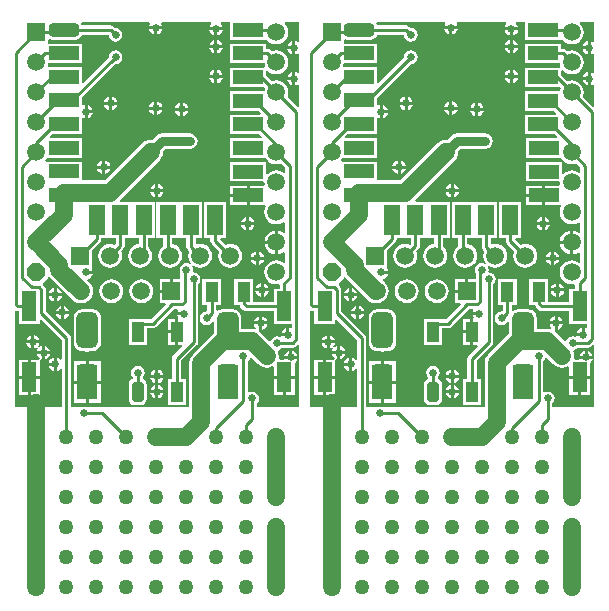
<source format=gtl>
G04 Layer_Physical_Order=1*
G04 Layer_Color=255*
%FSLAX25Y25*%
%MOIN*%
G70*
G01*
G75*
G04:AMPARAMS|DCode=10|XSize=66.93mil|YSize=39.37mil|CornerRadius=9.84mil|HoleSize=0mil|Usage=FLASHONLY|Rotation=90.000|XOffset=0mil|YOffset=0mil|HoleType=Round|Shape=RoundedRectangle|*
%AMROUNDEDRECTD10*
21,1,0.06693,0.01969,0,0,90.0*
21,1,0.04724,0.03937,0,0,90.0*
1,1,0.01969,0.00984,0.02362*
1,1,0.01969,0.00984,-0.02362*
1,1,0.01969,-0.00984,-0.02362*
1,1,0.01969,-0.00984,0.02362*
%
%ADD10ROUNDEDRECTD10*%
%ADD11R,0.03937X0.06693*%
%ADD12R,0.03937X0.06693*%
%ADD13R,0.07087X0.11811*%
G04:AMPARAMS|DCode=14|XSize=118.11mil|YSize=70.87mil|CornerRadius=17.72mil|HoleSize=0mil|Usage=FLASHONLY|Rotation=270.000|XOffset=0mil|YOffset=0mil|HoleType=Round|Shape=RoundedRectangle|*
%AMROUNDEDRECTD14*
21,1,0.11811,0.03543,0,0,270.0*
21,1,0.08268,0.07087,0,0,270.0*
1,1,0.03543,-0.01772,-0.04134*
1,1,0.03543,-0.01772,0.04134*
1,1,0.03543,0.01772,0.04134*
1,1,0.03543,0.01772,-0.04134*
%
%ADD14ROUNDEDRECTD14*%
%ADD15R,0.04331X0.06693*%
%ADD16R,0.05000X0.09843*%
%ADD17R,0.10000X0.04500*%
%ADD18R,0.05500X0.10000*%
G04:AMPARAMS|DCode=19|XSize=45mil|YSize=100mil|CornerRadius=11.25mil|HoleSize=0mil|Usage=FLASHONLY|Rotation=90.000|XOffset=0mil|YOffset=0mil|HoleType=Round|Shape=RoundedRectangle|*
%AMROUNDEDRECTD19*
21,1,0.04500,0.07750,0,0,90.0*
21,1,0.02250,0.10000,0,0,90.0*
1,1,0.02250,0.03875,0.01125*
1,1,0.02250,0.03875,-0.01125*
1,1,0.02250,-0.03875,-0.01125*
1,1,0.02250,-0.03875,0.01125*
%
%ADD19ROUNDEDRECTD19*%
%ADD20C,0.06000*%
%ADD21C,0.01000*%
%ADD22C,0.03000*%
%ADD23C,0.05000*%
%ADD24R,0.05000X0.05000*%
G04:AMPARAMS|DCode=25|XSize=50mil|YSize=50mil|CornerRadius=12.5mil|HoleSize=0mil|Usage=FLASHONLY|Rotation=0.000|XOffset=0mil|YOffset=0mil|HoleType=Round|Shape=RoundedRectangle|*
%AMROUNDEDRECTD25*
21,1,0.05000,0.02500,0,0,0.0*
21,1,0.02500,0.05000,0,0,0.0*
1,1,0.02500,0.01250,-0.01250*
1,1,0.02500,-0.01250,-0.01250*
1,1,0.02500,-0.01250,0.01250*
1,1,0.02500,0.01250,0.01250*
%
%ADD25ROUNDEDRECTD25*%
%ADD26P,0.05412X8X22.5*%
%ADD27R,0.05000X0.05000*%
%ADD28C,0.05906*%
%ADD29R,0.05906X0.05906*%
%ADD30R,0.05906X0.05906*%
%ADD31P,0.06392X8X292.5*%
%ADD32C,0.02500*%
G36*
X96641Y188746D02*
X96141Y188479D01*
X95760Y188734D01*
X95382Y188809D01*
Y186614D01*
Y184420D01*
X95760Y184495D01*
X96141Y184749D01*
X96641Y184482D01*
Y178510D01*
X96141Y178243D01*
X95760Y178497D01*
X95382Y178573D01*
Y176378D01*
Y174183D01*
X95760Y174258D01*
X96141Y174513D01*
X96641Y174246D01*
Y166963D01*
X96179Y166771D01*
X92714Y170236D01*
X92906Y170700D01*
X93042Y171732D01*
X92906Y172764D01*
X92508Y173726D01*
X91874Y174551D01*
X91049Y175185D01*
X90087Y175583D01*
X89055Y175719D01*
X88023Y175583D01*
X87559Y175391D01*
X85565Y177386D01*
Y178967D01*
X86065Y179137D01*
X86236Y178913D01*
X87062Y178280D01*
X88023Y177881D01*
X89055Y177745D01*
X90087Y177881D01*
X91049Y178280D01*
X91874Y178913D01*
X92508Y179739D01*
X92906Y180700D01*
X93042Y181732D01*
X92906Y182764D01*
X92508Y183726D01*
X91874Y184551D01*
X91049Y185185D01*
X90087Y185583D01*
X89055Y185719D01*
X88023Y185583D01*
X87559Y185391D01*
X87116Y185834D01*
X86620Y186166D01*
X86035Y186282D01*
X85565D01*
Y188003D01*
X73565D01*
Y181503D01*
X85098D01*
X85204Y180700D01*
X85321Y180419D01*
X85043Y180003D01*
X73565D01*
Y173503D01*
X85018D01*
X85340Y173093D01*
X85204Y172764D01*
X85130Y172203D01*
X73565D01*
Y165703D01*
X82922D01*
X83860Y164765D01*
X83669Y164303D01*
X73565D01*
Y157803D01*
X83341D01*
X84280Y156865D01*
X84088Y156403D01*
X73665D01*
Y149903D01*
X85535D01*
X85602Y149739D01*
X86236Y148913D01*
X87062Y148280D01*
X88023Y147881D01*
X89055Y147745D01*
X90087Y147881D01*
X90551Y148073D01*
X91979Y146646D01*
Y145102D01*
X91479Y144855D01*
X91049Y145185D01*
X90087Y145583D01*
X89055Y145719D01*
X88023Y145583D01*
X87062Y145185D01*
X86236Y144551D01*
X86138Y144424D01*
X85665Y144585D01*
Y148603D01*
X73665D01*
Y142103D01*
X84743D01*
X85068Y141732D01*
X85154Y141079D01*
X84825Y140703D01*
X80165D01*
Y137453D01*
Y134203D01*
X85338D01*
X85602Y133726D01*
X85204Y132764D01*
X85068Y131732D01*
X85204Y130700D01*
X85602Y129739D01*
X86236Y128913D01*
X87062Y128280D01*
X88023Y127881D01*
X89055Y127745D01*
X90087Y127881D01*
X91049Y128280D01*
X91479Y128610D01*
X91979Y128363D01*
Y125102D01*
X91479Y124855D01*
X91049Y125185D01*
X90087Y125583D01*
X89555Y125653D01*
Y121732D01*
Y117811D01*
X90087Y117881D01*
X91049Y118280D01*
X91479Y118609D01*
X91979Y118363D01*
Y115102D01*
X91479Y114855D01*
X91049Y115185D01*
X90087Y115583D01*
X89055Y115719D01*
X88023Y115583D01*
X87062Y115185D01*
X86236Y114551D01*
X85602Y113726D01*
X85204Y112764D01*
X85068Y111732D01*
X85204Y110700D01*
X85602Y109739D01*
X86236Y108913D01*
X87062Y108280D01*
X88023Y107881D01*
X89055Y107745D01*
X89703Y107831D01*
X90203Y107415D01*
Y106315D01*
X88232D01*
Y101923D01*
X81315D01*
Y109465D01*
X74984D01*
Y100772D01*
X76751D01*
X77068Y100296D01*
X78052Y99312D01*
X78549Y98981D01*
X79134Y98864D01*
X88232D01*
Y94472D01*
X94203D01*
Y93345D01*
X93703Y93082D01*
X93413Y93139D01*
Y90945D01*
X92913D01*
Y90445D01*
X90440D01*
X90248Y90309D01*
X89370Y90483D01*
X88492Y90309D01*
X87748Y89811D01*
X87251Y89067D01*
X87217Y88899D01*
X86739Y88754D01*
X83658Y91835D01*
X83161Y92217D01*
X83358Y92653D01*
Y94382D01*
X81664D01*
X81739Y94004D01*
X82236Y93260D01*
X81997Y92818D01*
X81849Y92879D01*
X80805Y93017D01*
X80805Y93017D01*
X77402D01*
Y96653D01*
X77307Y97377D01*
X77027Y98051D01*
X76583Y98630D01*
X76004Y99075D01*
X75330Y99354D01*
X74606Y99449D01*
X71063D01*
X70339Y99354D01*
X69665Y99075D01*
X69549Y98985D01*
X69049Y99232D01*
Y100772D01*
X70685D01*
Y109465D01*
X64354D01*
Y100772D01*
X65990D01*
Y99196D01*
X65748Y98751D01*
X64870Y98576D01*
X64126Y98079D01*
X63629Y97335D01*
X63454Y96457D01*
X63629Y95579D01*
X64126Y94835D01*
X64870Y94337D01*
X65748Y94163D01*
X66626Y94337D01*
X67370Y94835D01*
X67767Y95429D01*
X68267Y95277D01*
Y91441D01*
X61202Y84376D01*
X60561Y83540D01*
X60158Y82567D01*
X60021Y81523D01*
X60021Y81523D01*
Y66969D01*
X25346D01*
X25055Y67026D01*
X24764Y66969D01*
X20584D01*
Y89732D01*
X20468Y90318D01*
X20136Y90814D01*
X12222Y98728D01*
Y105936D01*
X12106Y106521D01*
X11774Y107018D01*
X11372Y107420D01*
X11376Y108124D01*
X13008Y109756D01*
Y110093D01*
X13508Y110263D01*
X13816Y109860D01*
X21018Y102659D01*
X21853Y102018D01*
X22827Y101615D01*
X23871Y101477D01*
X24915Y101615D01*
X24992Y101647D01*
X25099Y101661D01*
X26060Y102059D01*
X26886Y102693D01*
X27520Y103518D01*
X27918Y104480D01*
X28054Y105512D01*
X27918Y106544D01*
X27520Y107505D01*
X26886Y108331D01*
X26332Y108756D01*
X26000Y109089D01*
X26164Y109631D01*
X26469Y109692D01*
X27213Y110189D01*
X27710Y110933D01*
X27785Y111311D01*
X25591D01*
Y112311D01*
X27785D01*
X27710Y112689D01*
X27433Y113104D01*
X27575Y113370D01*
X27575D01*
Y119113D01*
X30246Y121784D01*
X30577Y122280D01*
X30694Y122865D01*
Y123353D01*
X32915D01*
Y123353D01*
X33215D01*
Y123353D01*
X35435D01*
Y121318D01*
X35056Y121007D01*
X34654Y121174D01*
X33622Y121310D01*
X32590Y121174D01*
X31629Y120775D01*
X30803Y120142D01*
X30169Y119316D01*
X29771Y118355D01*
X29635Y117323D01*
X29771Y116291D01*
X30169Y115329D01*
X30803Y114504D01*
X31629Y113870D01*
X32590Y113472D01*
X33622Y113336D01*
X34654Y113472D01*
X35616Y113870D01*
X36441Y114504D01*
X37075Y115329D01*
X37473Y116291D01*
X37609Y117323D01*
X37473Y118355D01*
X37281Y118819D01*
X38046Y119584D01*
X38377Y120080D01*
X38494Y120665D01*
Y123353D01*
X40515D01*
X41015Y123353D01*
X41215Y123353D01*
X43235D01*
Y121259D01*
X42590Y121174D01*
X41629Y120775D01*
X40803Y120142D01*
X40169Y119316D01*
X39771Y118355D01*
X39635Y117323D01*
X39771Y116291D01*
X40169Y115329D01*
X40803Y114504D01*
X41629Y113870D01*
X42590Y113472D01*
X43622Y113336D01*
X44654Y113472D01*
X45616Y113870D01*
X46441Y114504D01*
X47075Y115329D01*
X47473Y116291D01*
X47609Y117323D01*
X47473Y118355D01*
X47075Y119316D01*
X46441Y120142D01*
X46294Y120255D01*
Y123353D01*
X48515D01*
Y135353D01*
X41215D01*
X40715Y135353D01*
X40515Y135353D01*
X37041D01*
X36834Y135853D01*
X50097Y149116D01*
X50738Y149951D01*
X51141Y150924D01*
X51279Y151969D01*
X51229Y152348D01*
X51843Y152963D01*
X60236D01*
X61212Y153157D01*
X62039Y153709D01*
X62591Y154536D01*
X62785Y155512D01*
X62591Y156487D01*
X62039Y157314D01*
X61212Y157867D01*
X60236Y158061D01*
X50787D01*
X49812Y157867D01*
X48985Y157314D01*
X47624Y155953D01*
X47244Y156003D01*
X46200Y155866D01*
X45227Y155463D01*
X44391Y154821D01*
X31957Y142387D01*
X24165D01*
Y148703D01*
X12343D01*
X12065Y149161D01*
X12508Y149739D01*
X12617Y150003D01*
X24165D01*
Y156503D01*
X13650D01*
X13458Y156965D01*
X14296Y157803D01*
X24165D01*
Y163071D01*
X24606Y163306D01*
X24713Y163235D01*
X25091Y163160D01*
Y165354D01*
Y167549D01*
X24713Y167474D01*
X24606Y167402D01*
X24165Y167638D01*
Y170033D01*
X35324Y181192D01*
X35433Y181170D01*
X36311Y181345D01*
X37055Y181842D01*
X37552Y182587D01*
X37727Y183465D01*
X37552Y184343D01*
X37055Y185087D01*
X36311Y185584D01*
X35433Y185759D01*
X34555Y185584D01*
X33811Y185087D01*
X33314Y184343D01*
X33139Y183465D01*
X33161Y183355D01*
X24626Y174821D01*
X24165Y175012D01*
Y180103D01*
X13108D01*
X12831Y180518D01*
X12906Y180700D01*
X13012Y181503D01*
X24165D01*
Y188003D01*
X13008D01*
Y189198D01*
X13375Y189395D01*
X13508Y189417D01*
X14290Y189261D01*
X22040D01*
X22869Y189426D01*
X23572Y189896D01*
X24041Y190599D01*
X24126Y191023D01*
X33075D01*
X33139Y190945D01*
X33314Y190067D01*
X33811Y189323D01*
X34555Y188825D01*
X35433Y188651D01*
X36311Y188825D01*
X37055Y189323D01*
X37552Y190067D01*
X37727Y190945D01*
X37552Y191823D01*
X37055Y192567D01*
X36311Y193064D01*
X35433Y193239D01*
X35324Y193217D01*
X34907Y193634D01*
X34411Y193966D01*
X33825Y194082D01*
X24126D01*
X24041Y194507D01*
X23962Y194625D01*
X24198Y195066D01*
X46687D01*
X46954Y194566D01*
X46700Y194185D01*
X46624Y193807D01*
X51013D01*
X50938Y194185D01*
X50684Y194566D01*
X50951Y195066D01*
X67170D01*
X67321Y194566D01*
X67276Y194536D01*
X66778Y193791D01*
X66703Y193413D01*
X71092D01*
X71017Y193791D01*
X70520Y194536D01*
X70474Y194566D01*
X70626Y195066D01*
X73565D01*
Y189303D01*
X85565D01*
X85565Y189303D01*
Y189303D01*
X86032Y189178D01*
X86236Y188913D01*
X87062Y188280D01*
X88023Y187881D01*
X89055Y187745D01*
X90087Y187881D01*
X91049Y188280D01*
X91874Y188913D01*
X92508Y189739D01*
X92906Y190700D01*
X93042Y191732D01*
X92906Y192764D01*
X92508Y193726D01*
X91874Y194551D01*
X91821Y194593D01*
X91981Y195066D01*
X96641D01*
Y188746D01*
D02*
G37*
G36*
X2308Y98981D02*
X2894Y98864D01*
X3193D01*
Y94472D01*
X10193D01*
Y95778D01*
X10655Y95970D01*
X17526Y89099D01*
Y82802D01*
X17026Y82651D01*
X16976Y82724D01*
X16232Y83222D01*
X15854Y83297D01*
Y81102D01*
Y78908D01*
X16232Y78983D01*
X16976Y79480D01*
X17026Y79554D01*
X17526Y79402D01*
Y66969D01*
X1784D01*
Y98730D01*
X2284Y98997D01*
X2308Y98981D01*
D02*
G37*
G36*
X96641Y87502D02*
Y66969D01*
X82585D01*
Y68048D01*
X82677Y68110D01*
X83175Y68854D01*
X83349Y69732D01*
X83175Y70610D01*
X82677Y71354D01*
X81933Y71852D01*
X81055Y72026D01*
X80177Y71852D01*
X80026Y71750D01*
X79584Y71986D01*
Y82048D01*
X79677Y82110D01*
X80174Y82854D01*
X80232Y83143D01*
X80774Y83307D01*
X82982Y81100D01*
X83818Y80458D01*
X84791Y80055D01*
X85835Y79918D01*
X86879Y80055D01*
X87732Y80409D01*
X88232Y80185D01*
Y77272D01*
X91732D01*
X95232D01*
Y81630D01*
X95474Y81791D01*
X95971Y82535D01*
X96046Y82913D01*
X91488D01*
X91307Y82693D01*
X90141D01*
X89770Y83193D01*
X89869Y83952D01*
X89732Y84997D01*
X89556Y85422D01*
X89861Y85993D01*
X90248Y86070D01*
X90992Y86567D01*
X91054Y86660D01*
X94512D01*
X95097Y86776D01*
X95593Y87108D01*
X96179Y87693D01*
X96641Y87502D01*
D02*
G37*
%LPC*%
G36*
X84358Y97076D02*
Y95382D01*
X86053D01*
X85978Y95760D01*
X85480Y96504D01*
X84736Y97001D01*
X84358Y97076D01*
D02*
G37*
G36*
X83358D02*
X82980Y97001D01*
X82236Y96504D01*
X81739Y95760D01*
X81664Y95382D01*
X83358D01*
Y97076D01*
D02*
G37*
G36*
X86053Y94382D02*
X84358D01*
Y92687D01*
X84736Y92762D01*
X85480Y93260D01*
X85978Y94004D01*
X86053Y94382D01*
D02*
G37*
G36*
X19911Y97925D02*
X18216D01*
Y96231D01*
X18595Y96306D01*
X19339Y96803D01*
X19836Y97547D01*
X19911Y97925D01*
D02*
G37*
G36*
X17217D02*
X15522D01*
X15597Y97547D01*
X16094Y96803D01*
X16839Y96306D01*
X17217Y96231D01*
Y97925D01*
D02*
G37*
G36*
X55319Y91429D02*
X52850D01*
Y87583D01*
X55319D01*
Y91429D01*
D02*
G37*
G36*
Y96276D02*
X52850D01*
Y92429D01*
X55319D01*
Y96276D01*
D02*
G37*
G36*
X92413Y93139D02*
X92036Y93064D01*
X91291Y92567D01*
X90794Y91823D01*
X90719Y91445D01*
X92413D01*
Y93139D01*
D02*
G37*
G36*
X15854Y106525D02*
Y104831D01*
X17549D01*
X17474Y105209D01*
X16976Y105953D01*
X16232Y106450D01*
X15854Y106525D01*
D02*
G37*
G36*
X14854D02*
X14476Y106450D01*
X13732Y105953D01*
X13235Y105209D01*
X13160Y104831D01*
X14854D01*
Y106525D01*
D02*
G37*
G36*
X86447Y105405D02*
X84752D01*
Y103711D01*
X85130Y103786D01*
X85874Y104283D01*
X86371Y105028D01*
X86447Y105405D01*
D02*
G37*
G36*
X84752Y108100D02*
Y106405D01*
X86447D01*
X86371Y106783D01*
X85874Y107528D01*
X85130Y108025D01*
X84752Y108100D01*
D02*
G37*
G36*
X83752D02*
X83374Y108025D01*
X82630Y107528D01*
X82133Y106783D01*
X82057Y106405D01*
X83752D01*
Y108100D01*
D02*
G37*
G36*
X53567Y109465D02*
X50114D01*
Y106012D01*
X53567D01*
Y109465D01*
D02*
G37*
G36*
X83752Y105405D02*
X82057D01*
X82133Y105028D01*
X82630Y104283D01*
X83374Y103786D01*
X83752Y103711D01*
Y105405D01*
D02*
G37*
G36*
X34067Y109499D02*
X33035Y109363D01*
X32074Y108965D01*
X31248Y108331D01*
X30614Y107505D01*
X30216Y106544D01*
X30080Y105512D01*
X30216Y104480D01*
X30614Y103518D01*
X31248Y102693D01*
X32074Y102059D01*
X33035Y101661D01*
X34067Y101525D01*
X35099Y101661D01*
X36060Y102059D01*
X36886Y102693D01*
X37520Y103518D01*
X37918Y104480D01*
X38054Y105512D01*
X37918Y106544D01*
X37520Y107505D01*
X36886Y108331D01*
X36060Y108965D01*
X35099Y109363D01*
X34067Y109499D01*
D02*
G37*
G36*
X18216Y100620D02*
Y98925D01*
X19911D01*
X19836Y99303D01*
X19339Y100047D01*
X18595Y100545D01*
X18216Y100620D01*
D02*
G37*
G36*
X17217D02*
X16839Y100545D01*
X16094Y100047D01*
X15597Y99303D01*
X15522Y98925D01*
X17217D01*
Y100620D01*
D02*
G37*
G36*
X17549Y103831D02*
X15854D01*
Y102136D01*
X16232Y102211D01*
X16976Y102708D01*
X17474Y103453D01*
X17549Y103831D01*
D02*
G37*
G36*
X14854D02*
X13160D01*
X13235Y103453D01*
X13732Y102708D01*
X14476Y102211D01*
X14854Y102136D01*
Y103831D01*
D02*
G37*
G36*
X44067Y109499D02*
X43035Y109363D01*
X42074Y108965D01*
X41248Y108331D01*
X40614Y107505D01*
X40216Y106544D01*
X40080Y105512D01*
X40216Y104480D01*
X40614Y103518D01*
X41248Y102693D01*
X42074Y102059D01*
X43035Y101661D01*
X44067Y101525D01*
X45099Y101661D01*
X46060Y102059D01*
X46886Y102693D01*
X47520Y103518D01*
X47918Y104480D01*
X48054Y105512D01*
X47918Y106544D01*
X47520Y107505D01*
X46886Y108331D01*
X46060Y108965D01*
X45099Y109363D01*
X44067Y109499D01*
D02*
G37*
G36*
X48713Y76665D02*
X47018D01*
X47093Y76287D01*
X47590Y75543D01*
X48335Y75046D01*
X48713Y74971D01*
Y76665D01*
D02*
G37*
G36*
X49713Y74242D02*
Y72547D01*
X51407D01*
X51332Y72925D01*
X50835Y73669D01*
X50090Y74167D01*
X49713Y74242D01*
D02*
G37*
G36*
X48713D02*
X48335Y74167D01*
X47590Y73669D01*
X47093Y72925D01*
X47018Y72547D01*
X48713D01*
Y74242D01*
D02*
G37*
G36*
X30528Y74697D02*
X26484D01*
Y68291D01*
X30528D01*
Y74697D01*
D02*
G37*
G36*
X25484D02*
X21441D01*
Y68291D01*
X25484D01*
Y74697D01*
D02*
G37*
G36*
X42819Y80585D02*
X41941Y80411D01*
X41197Y79914D01*
X40699Y79169D01*
X40525Y78291D01*
X40699Y77413D01*
X41197Y76669D01*
X41114Y76171D01*
X41060Y76161D01*
X40404Y75722D01*
X39966Y75065D01*
X39812Y74291D01*
Y69567D01*
X39966Y68793D01*
X40404Y68136D01*
X41060Y67698D01*
X41835Y67544D01*
X43803D01*
X44577Y67698D01*
X45234Y68136D01*
X45672Y68793D01*
X45826Y69567D01*
Y74291D01*
X45672Y75065D01*
X45234Y75722D01*
X44577Y76161D01*
X44524Y76171D01*
X44441Y76669D01*
X44938Y77413D01*
X45113Y78291D01*
X44938Y79169D01*
X44441Y79914D01*
X43697Y80411D01*
X42819Y80585D01*
D02*
G37*
G36*
X51407Y71547D02*
X49713D01*
Y69853D01*
X50090Y69928D01*
X50835Y70425D01*
X51332Y71169D01*
X51407Y71547D01*
D02*
G37*
G36*
X48713D02*
X47018D01*
X47093Y71169D01*
X47590Y70425D01*
X48335Y69928D01*
X48713Y69853D01*
Y71547D01*
D02*
G37*
G36*
X51407Y76665D02*
X49713D01*
Y74971D01*
X50090Y75046D01*
X50835Y75543D01*
X51332Y76287D01*
X51407Y76665D01*
D02*
G37*
G36*
X27756Y99449D02*
X24213D01*
X23489Y99354D01*
X22815Y99075D01*
X22236Y98630D01*
X21792Y98051D01*
X21512Y97377D01*
X21417Y96653D01*
Y88386D01*
X21512Y87662D01*
X21792Y86988D01*
X22236Y86409D01*
X22815Y85965D01*
X23489Y85685D01*
X24213Y85590D01*
X24728D01*
X25071Y85448D01*
X25984Y85328D01*
X26898Y85448D01*
X27240Y85590D01*
X27756D01*
X28479Y85685D01*
X29154Y85965D01*
X29733Y86409D01*
X30177Y86988D01*
X30456Y87662D01*
X30551Y88386D01*
Y96653D01*
X30456Y97377D01*
X30177Y98051D01*
X29733Y98630D01*
X29154Y99075D01*
X28479Y99354D01*
X27756Y99449D01*
D02*
G37*
G36*
X49713Y79360D02*
Y77665D01*
X51407D01*
X51332Y78043D01*
X50835Y78787D01*
X50090Y79285D01*
X49713Y79360D01*
D02*
G37*
G36*
X48713D02*
X48335Y79285D01*
X47590Y78787D01*
X47093Y78043D01*
X47018Y77665D01*
X48713D01*
Y79360D01*
D02*
G37*
G36*
X29484Y82358D02*
X26484D01*
Y78858D01*
X25484D01*
Y82358D01*
X22484D01*
Y82102D01*
X21441D01*
Y75697D01*
X25984D01*
X30528D01*
Y82102D01*
X29484D01*
Y82358D01*
D02*
G37*
G36*
X34358Y170305D02*
Y168610D01*
X36053D01*
X35978Y168988D01*
X35480Y169732D01*
X34736Y170230D01*
X34358Y170305D01*
D02*
G37*
G36*
X33358D02*
X32980Y170230D01*
X32236Y169732D01*
X31739Y168988D01*
X31664Y168610D01*
X33358D01*
Y170305D01*
D02*
G37*
G36*
X49319Y168730D02*
Y167035D01*
X51013D01*
X50938Y167413D01*
X50441Y168158D01*
X49697Y168655D01*
X49319Y168730D01*
D02*
G37*
G36*
X71092Y176665D02*
X69398D01*
Y174971D01*
X69775Y175046D01*
X70520Y175543D01*
X71017Y176287D01*
X71092Y176665D01*
D02*
G37*
G36*
X68398D02*
X66703D01*
X66778Y176287D01*
X67276Y175543D01*
X68020Y175046D01*
X68398Y174971D01*
Y176665D01*
D02*
G37*
G36*
X94382Y175878D02*
X92687D01*
X92762Y175500D01*
X93260Y174756D01*
X94004Y174258D01*
X94382Y174183D01*
Y175878D01*
D02*
G37*
G36*
X48319Y168730D02*
X47941Y168655D01*
X47197Y168158D01*
X46700Y167413D01*
X46624Y167035D01*
X48319D01*
Y168730D01*
D02*
G37*
G36*
X33358Y167610D02*
X31664D01*
X31739Y167232D01*
X32236Y166488D01*
X32980Y165991D01*
X33358Y165916D01*
Y167610D01*
D02*
G37*
G36*
X26091Y167549D02*
Y165854D01*
X27785D01*
X27710Y166232D01*
X27213Y166976D01*
X26469Y167474D01*
X26091Y167549D01*
D02*
G37*
G36*
X51013Y166035D02*
X49319D01*
Y164341D01*
X49697Y164416D01*
X50441Y164913D01*
X50938Y165657D01*
X51013Y166035D01*
D02*
G37*
G36*
X57980Y168336D02*
Y166642D01*
X59675D01*
X59600Y167020D01*
X59102Y167764D01*
X58358Y168261D01*
X57980Y168336D01*
D02*
G37*
G36*
X56980D02*
X56602Y168261D01*
X55858Y167764D01*
X55361Y167020D01*
X55286Y166642D01*
X56980D01*
Y168336D01*
D02*
G37*
G36*
X36053Y167610D02*
X34358D01*
Y165916D01*
X34736Y165991D01*
X35480Y166488D01*
X35978Y167232D01*
X36053Y167610D01*
D02*
G37*
G36*
X68398Y192413D02*
X66703D01*
X66778Y192035D01*
X67276Y191291D01*
X68020Y190794D01*
X68398Y190719D01*
Y192413D01*
D02*
G37*
G36*
X69398Y189202D02*
Y187508D01*
X71092D01*
X71017Y187886D01*
X70520Y188630D01*
X69775Y189127D01*
X69398Y189202D01*
D02*
G37*
G36*
X68398D02*
X68020Y189127D01*
X67276Y188630D01*
X66778Y187886D01*
X66703Y187508D01*
X68398D01*
Y189202D01*
D02*
G37*
G36*
X51013Y192807D02*
X49319D01*
Y191112D01*
X49697Y191188D01*
X50441Y191685D01*
X50938Y192429D01*
X51013Y192807D01*
D02*
G37*
G36*
X48319D02*
X46624D01*
X46700Y192429D01*
X47197Y191685D01*
X47941Y191188D01*
X48319Y191112D01*
Y192807D01*
D02*
G37*
G36*
X71092Y192413D02*
X69398D01*
Y190719D01*
X69775Y190794D01*
X70520Y191291D01*
X71017Y192035D01*
X71092Y192413D01*
D02*
G37*
G36*
X94382Y188809D02*
X94004Y188734D01*
X93260Y188236D01*
X92762Y187492D01*
X92687Y187114D01*
X94382D01*
Y188809D01*
D02*
G37*
G36*
X69398Y179360D02*
Y177665D01*
X71092D01*
X71017Y178043D01*
X70520Y178788D01*
X69775Y179285D01*
X69398Y179360D01*
D02*
G37*
G36*
X68398D02*
X68020Y179285D01*
X67276Y178788D01*
X66778Y178043D01*
X66703Y177665D01*
X68398D01*
Y179360D01*
D02*
G37*
G36*
X94382Y178573D02*
X94004Y178497D01*
X93260Y178000D01*
X92762Y177256D01*
X92687Y176878D01*
X94382D01*
Y178573D01*
D02*
G37*
G36*
X71092Y186508D02*
X69398D01*
Y184813D01*
X69775Y184888D01*
X70520Y185386D01*
X71017Y186130D01*
X71092Y186508D01*
D02*
G37*
G36*
X68398D02*
X66703D01*
X66778Y186130D01*
X67276Y185386D01*
X68020Y184888D01*
X68398Y184813D01*
Y186508D01*
D02*
G37*
G36*
X94382Y186114D02*
X92687D01*
X92762Y185736D01*
X93260Y184992D01*
X94004Y184495D01*
X94382Y184420D01*
Y186114D01*
D02*
G37*
G36*
X81722Y127453D02*
X80028D01*
Y125758D01*
X80405Y125833D01*
X81150Y126331D01*
X81647Y127075D01*
X81722Y127453D01*
D02*
G37*
G36*
X79028D02*
X77333D01*
X77408Y127075D01*
X77905Y126331D01*
X78650Y125833D01*
X79028Y125758D01*
Y127453D01*
D02*
G37*
G36*
X88555Y125653D02*
X88023Y125583D01*
X87062Y125185D01*
X86236Y124551D01*
X85602Y123726D01*
X85204Y122764D01*
X85134Y122232D01*
X88555D01*
Y125653D01*
D02*
G37*
G36*
X79165Y136953D02*
X73665D01*
Y134203D01*
X79165D01*
Y136953D01*
D02*
G37*
G36*
X80028Y130147D02*
Y128453D01*
X81722D01*
X81647Y128831D01*
X81150Y129575D01*
X80405Y130072D01*
X80028Y130147D01*
D02*
G37*
G36*
X79028D02*
X78650Y130072D01*
X77905Y129575D01*
X77408Y128831D01*
X77333Y128453D01*
X79028D01*
Y130147D01*
D02*
G37*
G36*
X88555Y121232D02*
X85134D01*
X85204Y120700D01*
X85602Y119739D01*
X86236Y118913D01*
X87062Y118280D01*
X88023Y117881D01*
X88555Y117811D01*
Y121232D01*
D02*
G37*
G36*
X84872Y116035D02*
X83177D01*
Y114341D01*
X83555Y114416D01*
X84299Y114913D01*
X84797Y115657D01*
X84872Y116035D01*
D02*
G37*
G36*
X82177D02*
X80483D01*
X80558Y115657D01*
X81055Y114913D01*
X81799Y114416D01*
X82177Y114341D01*
Y116035D01*
D02*
G37*
G36*
X72315Y135353D02*
X64815D01*
Y123353D01*
X67035D01*
Y122380D01*
X67152Y121795D01*
X67483Y121299D01*
X69963Y118819D01*
X69771Y118355D01*
X69635Y117323D01*
X69771Y116291D01*
X70169Y115329D01*
X70803Y114504D01*
X71629Y113870D01*
X72590Y113472D01*
X73622Y113336D01*
X74654Y113472D01*
X75616Y113870D01*
X76441Y114504D01*
X77075Y115329D01*
X77473Y116291D01*
X77609Y117323D01*
X77473Y118355D01*
X77075Y119316D01*
X76441Y120142D01*
X75616Y120775D01*
X74654Y121174D01*
X73622Y121310D01*
X72590Y121174D01*
X72126Y120982D01*
X70255Y122853D01*
X70462Y123353D01*
X72315D01*
Y135353D01*
D02*
G37*
G36*
X83177Y118730D02*
Y117035D01*
X84872D01*
X84797Y117413D01*
X84299Y118158D01*
X83555Y118655D01*
X83177Y118730D01*
D02*
G37*
G36*
X82177D02*
X81799Y118655D01*
X81055Y118158D01*
X80558Y117413D01*
X80483Y117035D01*
X82177D01*
Y118730D01*
D02*
G37*
G36*
X56515Y135353D02*
X56315Y135353D01*
X49015D01*
Y123353D01*
X51235D01*
Y120474D01*
X50803Y120142D01*
X50169Y119316D01*
X49771Y118355D01*
X49635Y117323D01*
X49771Y116291D01*
X50169Y115329D01*
X50803Y114504D01*
X51629Y113870D01*
X52590Y113472D01*
X53622Y113336D01*
X54654Y113472D01*
X55616Y113870D01*
X56441Y114504D01*
X57075Y115329D01*
X57473Y116291D01*
X57609Y117323D01*
X57473Y118355D01*
X57075Y119316D01*
X56441Y120142D01*
X55616Y120775D01*
X54654Y121174D01*
X54294Y121221D01*
Y123353D01*
X56315D01*
X56815Y123353D01*
X57015Y123353D01*
X59035D01*
Y120380D01*
X59152Y119795D01*
X59483Y119299D01*
X59963Y118819D01*
X59771Y118355D01*
X59635Y117323D01*
X59771Y116291D01*
X60169Y115329D01*
X60434Y114985D01*
X60088Y114615D01*
X59933Y114718D01*
X59055Y114892D01*
X58177Y114718D01*
X57433Y114221D01*
X56936Y113476D01*
X56761Y112598D01*
X56936Y111721D01*
X56990Y111639D01*
Y109465D01*
X54567D01*
Y105512D01*
X54067D01*
Y105012D01*
X50114D01*
Y101559D01*
X51893D01*
X52084Y101097D01*
X47162Y96175D01*
X45787D01*
Y96276D01*
X39850D01*
Y87583D01*
X45787D01*
Y93116D01*
X47795D01*
X48381Y93233D01*
X48877Y93564D01*
X54842Y99530D01*
X56032D01*
X56268Y99089D01*
X56148Y98909D01*
X56073Y98532D01*
X58268D01*
Y97531D01*
X56073D01*
X56148Y97154D01*
X56401Y96776D01*
X56319Y96622D01*
Y91929D01*
Y87583D01*
X57562D01*
X57753Y87121D01*
X54738Y84105D01*
X54406Y83609D01*
X54290Y83024D01*
Y76276D01*
X52850D01*
Y67583D01*
X58787D01*
Y76276D01*
X57348D01*
Y82390D01*
X62499Y87541D01*
X62830Y88037D01*
X62947Y88622D01*
Y107765D01*
X63039Y107827D01*
X63537Y108571D01*
X63711Y109449D01*
X63537Y110327D01*
X63039Y111071D01*
X62295Y111568D01*
X61641Y111698D01*
X61417Y111743D01*
X61275Y112224D01*
X61349Y112598D01*
X61175Y113476D01*
X61021Y113706D01*
X61391Y114052D01*
X61629Y113870D01*
X62590Y113472D01*
X63622Y113336D01*
X64654Y113472D01*
X65615Y113870D01*
X66441Y114504D01*
X67075Y115329D01*
X67473Y116291D01*
X67609Y117323D01*
X67473Y118355D01*
X67075Y119316D01*
X66441Y120142D01*
X65615Y120775D01*
X64654Y121174D01*
X63622Y121310D01*
X62590Y121174D01*
X62094Y121510D01*
Y123353D01*
X64315D01*
Y135353D01*
X57015D01*
X56515Y135353D01*
D02*
G37*
G36*
X27785Y164854D02*
X26091D01*
Y163160D01*
X26469Y163235D01*
X27213Y163732D01*
X27710Y164476D01*
X27785Y164854D01*
D02*
G37*
G36*
X31996Y149045D02*
Y147350D01*
X33691D01*
X33615Y147728D01*
X33118Y148473D01*
X32374Y148970D01*
X31996Y149045D01*
D02*
G37*
G36*
X30996D02*
X30618Y148970D01*
X29874Y148473D01*
X29377Y147728D01*
X29301Y147350D01*
X30996D01*
Y149045D01*
D02*
G37*
G36*
X48319Y166035D02*
X46624D01*
X46700Y165657D01*
X47197Y164913D01*
X47941Y164416D01*
X48319Y164341D01*
Y166035D01*
D02*
G37*
G36*
X59675Y165642D02*
X57980D01*
Y163947D01*
X58358Y164022D01*
X59102Y164520D01*
X59600Y165264D01*
X59675Y165642D01*
D02*
G37*
G36*
X56980D02*
X55286D01*
X55361Y165264D01*
X55858Y164520D01*
X56602Y164022D01*
X56980Y163947D01*
Y165642D01*
D02*
G37*
G36*
X33691Y146350D02*
X31996D01*
Y144656D01*
X32374Y144731D01*
X33118Y145228D01*
X33615Y145973D01*
X33691Y146350D01*
D02*
G37*
G36*
X79165Y140703D02*
X73665D01*
Y137953D01*
X79165D01*
Y140703D01*
D02*
G37*
G36*
X51407Y138476D02*
X49713D01*
Y136782D01*
X50090Y136857D01*
X50835Y137354D01*
X51332Y138099D01*
X51407Y138476D01*
D02*
G37*
G36*
X48713D02*
X47018D01*
X47093Y138099D01*
X47590Y137354D01*
X48335Y136857D01*
X48713Y136782D01*
Y138476D01*
D02*
G37*
G36*
X30996Y146350D02*
X29301D01*
X29377Y145973D01*
X29874Y145228D01*
X30618Y144731D01*
X30996Y144656D01*
Y146350D01*
D02*
G37*
G36*
X49713Y141171D02*
Y139476D01*
X51407D01*
X51332Y139854D01*
X50835Y140598D01*
X50090Y141096D01*
X49713Y141171D01*
D02*
G37*
G36*
X48713D02*
X48335Y141096D01*
X47590Y140598D01*
X47093Y139854D01*
X47018Y139476D01*
X48713D01*
Y141171D01*
D02*
G37*
G36*
X11917Y87234D02*
Y85539D01*
X13612D01*
X13537Y85917D01*
X13039Y86661D01*
X12295Y87159D01*
X11917Y87234D01*
D02*
G37*
G36*
X8374Y90777D02*
Y89083D01*
X10069D01*
X9994Y89461D01*
X9496Y90205D01*
X8752Y90702D01*
X8374Y90777D01*
D02*
G37*
G36*
X7374D02*
X6996Y90702D01*
X6252Y90205D01*
X5755Y89461D01*
X5679Y89083D01*
X7374D01*
Y90777D01*
D02*
G37*
G36*
Y88083D02*
X5679D01*
X5755Y87705D01*
X6252Y86961D01*
X6996Y86463D01*
X7374Y86388D01*
Y88083D01*
D02*
G37*
G36*
X10193Y76272D02*
X7193D01*
Y70850D01*
X10193D01*
Y76272D01*
D02*
G37*
G36*
X6193D02*
X3193D01*
Y70850D01*
X6193D01*
Y76272D01*
D02*
G37*
G36*
X10917Y84539D02*
X9223D01*
X9298Y84162D01*
X9752Y83481D01*
X9795Y83417D01*
X10124Y83171D01*
Y83171D01*
X10124Y83171D01*
X9981Y82699D01*
X9867Y82693D01*
X9753Y82693D01*
X9753Y82693D01*
X9752Y82693D01*
X7193D01*
Y77272D01*
X10193D01*
Y82250D01*
X10193Y82550D01*
X10204Y82562D01*
X10555Y82870D01*
X10555Y82870D01*
X10917Y82835D01*
Y84539D01*
D02*
G37*
G36*
X13612D02*
X11917D01*
Y82845D01*
X12295Y82920D01*
X13039Y83417D01*
X13537Y84162D01*
X13612Y84539D01*
D02*
G37*
G36*
X10069Y88083D02*
X8374D01*
Y86388D01*
X8752Y86463D01*
X9262Y86804D01*
X9311Y86837D01*
X9671Y86476D01*
X9639Y86427D01*
X9298Y85917D01*
X9223Y85539D01*
X10917D01*
Y87234D01*
X10539Y87159D01*
X10030Y86818D01*
X9980Y86785D01*
X9620Y87146D01*
X9653Y87195D01*
X9994Y87705D01*
X10069Y88083D01*
D02*
G37*
G36*
X6193Y82693D02*
X3193D01*
Y77272D01*
X6193D01*
Y82693D01*
D02*
G37*
G36*
X14854Y83297D02*
X14476Y83222D01*
X13732Y82724D01*
X13235Y81980D01*
X13160Y81602D01*
X14854D01*
Y83297D01*
D02*
G37*
G36*
Y80602D02*
X13160D01*
X13235Y80225D01*
X13732Y79480D01*
X14476Y78983D01*
X14854Y78908D01*
Y80602D01*
D02*
G37*
G36*
X95232Y76272D02*
X92232D01*
Y70850D01*
X95232D01*
Y76272D01*
D02*
G37*
G36*
X91232D02*
X88232D01*
Y70850D01*
X91232D01*
Y76272D01*
D02*
G37*
G36*
X93352Y85608D02*
X92974Y85533D01*
X92230Y85036D01*
X91732Y84291D01*
X91657Y83913D01*
X93352D01*
Y85608D01*
D02*
G37*
G36*
X94352D02*
Y83913D01*
X96046D01*
X95971Y84291D01*
X95474Y85036D01*
X94730Y85533D01*
X94352Y85608D01*
D02*
G37*
%LPD*%
G36*
X195066Y188746D02*
X194566Y188479D01*
X194185Y188734D01*
X193807Y188809D01*
Y186614D01*
Y184420D01*
X194185Y184495D01*
X194566Y184749D01*
X195066Y184482D01*
Y178510D01*
X194566Y178243D01*
X194185Y178497D01*
X193807Y178573D01*
Y176378D01*
Y174183D01*
X194185Y174258D01*
X194566Y174513D01*
X195066Y174246D01*
Y166963D01*
X194604Y166771D01*
X191139Y170236D01*
X191331Y170700D01*
X191467Y171732D01*
X191331Y172764D01*
X190933Y173726D01*
X190299Y174551D01*
X189474Y175185D01*
X188512Y175583D01*
X187480Y175719D01*
X186448Y175583D01*
X185984Y175391D01*
X183990Y177386D01*
Y178967D01*
X184490Y179137D01*
X184661Y178913D01*
X185487Y178280D01*
X186448Y177881D01*
X187480Y177745D01*
X188512Y177881D01*
X189474Y178280D01*
X190299Y178913D01*
X190933Y179739D01*
X191331Y180700D01*
X191467Y181732D01*
X191331Y182764D01*
X190933Y183726D01*
X190299Y184551D01*
X189474Y185185D01*
X188512Y185583D01*
X187480Y185719D01*
X186448Y185583D01*
X185984Y185391D01*
X185541Y185834D01*
X185045Y186166D01*
X184460Y186282D01*
X183990D01*
Y188003D01*
X171990D01*
Y181503D01*
X183524D01*
X183629Y180700D01*
X183746Y180419D01*
X183468Y180003D01*
X171990D01*
Y173503D01*
X183443D01*
X183766Y173093D01*
X183629Y172764D01*
X183555Y172203D01*
X171990D01*
Y165703D01*
X181347D01*
X182285Y164765D01*
X182094Y164303D01*
X171990D01*
Y157803D01*
X181767D01*
X182705Y156865D01*
X182513Y156403D01*
X172090D01*
Y149903D01*
X183960D01*
X184028Y149739D01*
X184661Y148913D01*
X185487Y148280D01*
X186448Y147881D01*
X187480Y147745D01*
X188512Y147881D01*
X188976Y148073D01*
X190404Y146646D01*
Y145102D01*
X189904Y144855D01*
X189474Y145185D01*
X188512Y145583D01*
X187480Y145719D01*
X186448Y145583D01*
X185487Y145185D01*
X184661Y144551D01*
X184563Y144424D01*
X184090Y144585D01*
Y148603D01*
X172090D01*
Y142103D01*
X183168D01*
X183493Y141732D01*
X183580Y141079D01*
X183250Y140703D01*
X178590D01*
Y137453D01*
Y134203D01*
X183763D01*
X184028Y133726D01*
X183629Y132764D01*
X183493Y131732D01*
X183629Y130700D01*
X184028Y129739D01*
X184661Y128913D01*
X185487Y128280D01*
X186448Y127881D01*
X187480Y127745D01*
X188512Y127881D01*
X189474Y128280D01*
X189904Y128610D01*
X190404Y128363D01*
Y125102D01*
X189904Y124855D01*
X189474Y125185D01*
X188512Y125583D01*
X187980Y125653D01*
Y121732D01*
Y117811D01*
X188512Y117881D01*
X189474Y118280D01*
X189904Y118609D01*
X190404Y118363D01*
Y115102D01*
X189904Y114855D01*
X189474Y115185D01*
X188512Y115583D01*
X187480Y115719D01*
X186448Y115583D01*
X185487Y115185D01*
X184661Y114551D01*
X184028Y113726D01*
X183629Y112764D01*
X183493Y111732D01*
X183629Y110700D01*
X184028Y109739D01*
X184661Y108913D01*
X185487Y108280D01*
X186448Y107881D01*
X187480Y107745D01*
X188128Y107831D01*
X188628Y107415D01*
Y106315D01*
X186658D01*
Y101923D01*
X179740D01*
Y109465D01*
X173409D01*
Y100772D01*
X175176D01*
X175493Y100296D01*
X176478Y99312D01*
X176974Y98981D01*
X177559Y98864D01*
X186658D01*
Y94472D01*
X192628D01*
Y93345D01*
X192128Y93082D01*
X191839Y93139D01*
Y90945D01*
X191339D01*
Y90445D01*
X188865D01*
X188673Y90309D01*
X187795Y90483D01*
X186917Y90309D01*
X186173Y89811D01*
X185676Y89067D01*
X185642Y88899D01*
X185164Y88754D01*
X182083Y91835D01*
X181586Y92217D01*
X181783Y92653D01*
Y94382D01*
X180089D01*
X180164Y94004D01*
X180661Y93260D01*
X180422Y92818D01*
X180274Y92879D01*
X179230Y93017D01*
X179230Y93017D01*
X175827D01*
Y96653D01*
X175732Y97377D01*
X175452Y98051D01*
X175008Y98630D01*
X174429Y99075D01*
X173755Y99354D01*
X173031Y99449D01*
X169488D01*
X168765Y99354D01*
X168090Y99075D01*
X167974Y98985D01*
X167474Y99232D01*
Y100772D01*
X169110D01*
Y109465D01*
X162779D01*
Y100772D01*
X164416D01*
Y99196D01*
X164173Y98751D01*
X163295Y98576D01*
X162551Y98079D01*
X162054Y97335D01*
X161879Y96457D01*
X162054Y95579D01*
X162551Y94835D01*
X163295Y94337D01*
X164173Y94163D01*
X165051Y94337D01*
X165795Y94835D01*
X166193Y95429D01*
X166693Y95277D01*
Y91441D01*
X159627Y84376D01*
X158986Y83540D01*
X158583Y82567D01*
X158446Y81523D01*
X158446Y81523D01*
Y66969D01*
X123771D01*
X123480Y67026D01*
X123189Y66969D01*
X119010D01*
Y89732D01*
X118893Y90318D01*
X118562Y90814D01*
X110647Y98728D01*
Y105936D01*
X110531Y106521D01*
X110199Y107018D01*
X109797Y107420D01*
X109801Y108124D01*
X111433Y109756D01*
Y110093D01*
X111933Y110263D01*
X112242Y109860D01*
X119443Y102659D01*
X120279Y102018D01*
X121252Y101615D01*
X122296Y101477D01*
X123340Y101615D01*
X123417Y101647D01*
X123524Y101661D01*
X124486Y102059D01*
X125311Y102693D01*
X125945Y103518D01*
X126343Y104480D01*
X126479Y105512D01*
X126343Y106544D01*
X125945Y107505D01*
X125311Y108331D01*
X124758Y108756D01*
X124425Y109089D01*
X124590Y109631D01*
X124894Y109692D01*
X125638Y110189D01*
X126135Y110933D01*
X126210Y111311D01*
X124016D01*
Y112311D01*
X126210D01*
X126135Y112689D01*
X125858Y113104D01*
X126000Y113370D01*
X126000D01*
Y119113D01*
X128671Y121784D01*
X129003Y122280D01*
X129119Y122865D01*
Y123353D01*
X131340D01*
Y123353D01*
X131640D01*
Y123353D01*
X133860D01*
Y121318D01*
X133481Y121007D01*
X133079Y121174D01*
X132047Y121310D01*
X131015Y121174D01*
X130054Y120775D01*
X129228Y120142D01*
X128595Y119316D01*
X128196Y118355D01*
X128060Y117323D01*
X128196Y116291D01*
X128595Y115329D01*
X129228Y114504D01*
X130054Y113870D01*
X131015Y113472D01*
X132047Y113336D01*
X133079Y113472D01*
X134041Y113870D01*
X134866Y114504D01*
X135500Y115329D01*
X135898Y116291D01*
X136034Y117323D01*
X135898Y118355D01*
X135706Y118819D01*
X136471Y119584D01*
X136803Y120080D01*
X136919Y120665D01*
Y123353D01*
X138940D01*
X139440Y123353D01*
X139640Y123353D01*
X141660D01*
Y121259D01*
X141015Y121174D01*
X140054Y120775D01*
X139228Y120142D01*
X138594Y119316D01*
X138196Y118355D01*
X138060Y117323D01*
X138196Y116291D01*
X138594Y115329D01*
X139228Y114504D01*
X140054Y113870D01*
X141015Y113472D01*
X142047Y113336D01*
X143079Y113472D01*
X144041Y113870D01*
X144866Y114504D01*
X145500Y115329D01*
X145898Y116291D01*
X146034Y117323D01*
X145898Y118355D01*
X145500Y119316D01*
X144866Y120142D01*
X144719Y120255D01*
Y123353D01*
X146940D01*
Y135353D01*
X139640D01*
X139140Y135353D01*
X138940Y135353D01*
X135466D01*
X135259Y135853D01*
X148522Y149116D01*
X149163Y149951D01*
X149566Y150924D01*
X149704Y151969D01*
X149654Y152348D01*
X150268Y152963D01*
X158661D01*
X159637Y153157D01*
X160464Y153709D01*
X161016Y154536D01*
X161210Y155512D01*
X161016Y156487D01*
X160464Y157314D01*
X159637Y157867D01*
X158661Y158061D01*
X149213D01*
X148237Y157867D01*
X147410Y157314D01*
X146049Y155953D01*
X145669Y156003D01*
X144625Y155866D01*
X143652Y155463D01*
X142816Y154821D01*
X130382Y142387D01*
X122590D01*
Y148703D01*
X110768D01*
X110490Y149161D01*
X110933Y149739D01*
X111042Y150003D01*
X122590D01*
Y156503D01*
X112075D01*
X111883Y156965D01*
X112722Y157803D01*
X122590D01*
Y163071D01*
X123031Y163306D01*
X123138Y163235D01*
X123516Y163160D01*
Y165354D01*
Y167549D01*
X123138Y167474D01*
X123031Y167402D01*
X122590Y167638D01*
Y170033D01*
X133749Y181192D01*
X133858Y181170D01*
X134736Y181345D01*
X135480Y181842D01*
X135978Y182587D01*
X136152Y183465D01*
X135978Y184343D01*
X135480Y185087D01*
X134736Y185584D01*
X133858Y185759D01*
X132980Y185584D01*
X132236Y185087D01*
X131739Y184343D01*
X131564Y183465D01*
X131586Y183355D01*
X123052Y174821D01*
X122590Y175012D01*
Y180103D01*
X111534D01*
X111256Y180518D01*
X111331Y180700D01*
X111437Y181503D01*
X122590D01*
Y188003D01*
X111433D01*
Y189198D01*
X111801Y189395D01*
X111933Y189417D01*
X112715Y189261D01*
X120465D01*
X121294Y189426D01*
X121997Y189896D01*
X122467Y190599D01*
X122551Y191023D01*
X131500D01*
X131564Y190945D01*
X131739Y190067D01*
X132236Y189323D01*
X132980Y188825D01*
X133858Y188651D01*
X134736Y188825D01*
X135480Y189323D01*
X135978Y190067D01*
X136152Y190945D01*
X135978Y191823D01*
X135480Y192567D01*
X134736Y193064D01*
X133858Y193239D01*
X133749Y193217D01*
X133332Y193634D01*
X132836Y193966D01*
X132250Y194082D01*
X122551D01*
X122467Y194507D01*
X122388Y194625D01*
X122623Y195066D01*
X145112D01*
X145379Y194566D01*
X145125Y194185D01*
X145050Y193807D01*
X149439D01*
X149364Y194185D01*
X149109Y194566D01*
X149376Y195066D01*
X165595D01*
X165746Y194566D01*
X165701Y194536D01*
X165203Y193791D01*
X165128Y193413D01*
X169518D01*
X169442Y193791D01*
X168945Y194536D01*
X168899Y194566D01*
X169051Y195066D01*
X171990D01*
Y189303D01*
X183990D01*
X183990Y189303D01*
Y189303D01*
X184458Y189178D01*
X184661Y188913D01*
X185487Y188280D01*
X186448Y187881D01*
X187480Y187745D01*
X188512Y187881D01*
X189474Y188280D01*
X190299Y188913D01*
X190933Y189739D01*
X191331Y190700D01*
X191467Y191732D01*
X191331Y192764D01*
X190933Y193726D01*
X190299Y194551D01*
X190246Y194593D01*
X190406Y195066D01*
X195066D01*
Y188746D01*
D02*
G37*
G36*
X100734Y98981D02*
X101319Y98864D01*
X101618D01*
Y94472D01*
X108618D01*
Y95778D01*
X109080Y95970D01*
X115951Y89099D01*
Y82802D01*
X115451Y82651D01*
X115402Y82724D01*
X114657Y83222D01*
X114279Y83297D01*
Y81102D01*
Y78908D01*
X114657Y78983D01*
X115402Y79480D01*
X115451Y79554D01*
X115951Y79402D01*
Y66969D01*
X100209D01*
Y98730D01*
X100709Y98997D01*
X100734Y98981D01*
D02*
G37*
G36*
X195066Y87502D02*
Y66969D01*
X181010D01*
Y68048D01*
X181103Y68110D01*
X181600Y68854D01*
X181774Y69732D01*
X181600Y70610D01*
X181103Y71354D01*
X180358Y71852D01*
X179480Y72026D01*
X178602Y71852D01*
X178451Y71750D01*
X178010Y71986D01*
Y82048D01*
X178103Y82110D01*
X178600Y82854D01*
X178657Y83143D01*
X179200Y83307D01*
X181407Y81100D01*
X182243Y80458D01*
X183216Y80055D01*
X184260Y79918D01*
X185304Y80055D01*
X186158Y80409D01*
X186658Y80185D01*
Y77272D01*
X190157D01*
X193658D01*
Y81630D01*
X193899Y81791D01*
X194396Y82535D01*
X194472Y82913D01*
X189913D01*
X189732Y82693D01*
X188566D01*
X188195Y83193D01*
X188295Y83952D01*
X188157Y84997D01*
X187981Y85422D01*
X188286Y85993D01*
X188673Y86070D01*
X189417Y86567D01*
X189479Y86660D01*
X192937D01*
X193523Y86776D01*
X194019Y87108D01*
X194604Y87693D01*
X195066Y87502D01*
D02*
G37*
%LPC*%
G36*
X182783Y97076D02*
Y95382D01*
X184478D01*
X184403Y95760D01*
X183906Y96504D01*
X183161Y97001D01*
X182783Y97076D01*
D02*
G37*
G36*
X181783D02*
X181406Y97001D01*
X180661Y96504D01*
X180164Y95760D01*
X180089Y95382D01*
X181783D01*
Y97076D01*
D02*
G37*
G36*
X184478Y94382D02*
X182783D01*
Y92687D01*
X183161Y92762D01*
X183906Y93260D01*
X184403Y94004D01*
X184478Y94382D01*
D02*
G37*
G36*
X118336Y97925D02*
X116642D01*
Y96231D01*
X117020Y96306D01*
X117764Y96803D01*
X118261Y97547D01*
X118336Y97925D01*
D02*
G37*
G36*
X115642D02*
X113947D01*
X114022Y97547D01*
X114520Y96803D01*
X115264Y96306D01*
X115642Y96231D01*
Y97925D01*
D02*
G37*
G36*
X153744Y91429D02*
X151276D01*
Y87583D01*
X153744D01*
Y91429D01*
D02*
G37*
G36*
Y96276D02*
X151276D01*
Y92429D01*
X153744D01*
Y96276D01*
D02*
G37*
G36*
X190839Y93139D02*
X190461Y93064D01*
X189716Y92567D01*
X189219Y91823D01*
X189144Y91445D01*
X190839D01*
Y93139D01*
D02*
G37*
G36*
X114279Y106525D02*
Y104831D01*
X115974D01*
X115899Y105209D01*
X115402Y105953D01*
X114657Y106450D01*
X114279Y106525D01*
D02*
G37*
G36*
X113279D02*
X112902Y106450D01*
X112157Y105953D01*
X111660Y105209D01*
X111585Y104831D01*
X113279D01*
Y106525D01*
D02*
G37*
G36*
X184872Y105405D02*
X183177D01*
Y103711D01*
X183555Y103786D01*
X184299Y104283D01*
X184797Y105028D01*
X184872Y105405D01*
D02*
G37*
G36*
X183177Y108100D02*
Y106405D01*
X184872D01*
X184797Y106783D01*
X184299Y107528D01*
X183555Y108025D01*
X183177Y108100D01*
D02*
G37*
G36*
X182177D02*
X181799Y108025D01*
X181055Y107528D01*
X180558Y106783D01*
X180482Y106405D01*
X182177D01*
Y108100D01*
D02*
G37*
G36*
X151992Y109465D02*
X148539D01*
Y106012D01*
X151992D01*
Y109465D01*
D02*
G37*
G36*
X182177Y105405D02*
X180482D01*
X180558Y105028D01*
X181055Y104283D01*
X181799Y103786D01*
X182177Y103711D01*
Y105405D01*
D02*
G37*
G36*
X132492Y109499D02*
X131460Y109363D01*
X130499Y108965D01*
X129673Y108331D01*
X129039Y107505D01*
X128641Y106544D01*
X128505Y105512D01*
X128641Y104480D01*
X129039Y103518D01*
X129673Y102693D01*
X130499Y102059D01*
X131460Y101661D01*
X132492Y101525D01*
X133524Y101661D01*
X134486Y102059D01*
X135311Y102693D01*
X135945Y103518D01*
X136343Y104480D01*
X136479Y105512D01*
X136343Y106544D01*
X135945Y107505D01*
X135311Y108331D01*
X134486Y108965D01*
X133524Y109363D01*
X132492Y109499D01*
D02*
G37*
G36*
X116642Y100620D02*
Y98925D01*
X118336D01*
X118261Y99303D01*
X117764Y100047D01*
X117020Y100545D01*
X116642Y100620D01*
D02*
G37*
G36*
X115642D02*
X115264Y100545D01*
X114520Y100047D01*
X114022Y99303D01*
X113947Y98925D01*
X115642D01*
Y100620D01*
D02*
G37*
G36*
X115974Y103831D02*
X114279D01*
Y102136D01*
X114657Y102211D01*
X115402Y102708D01*
X115899Y103453D01*
X115974Y103831D01*
D02*
G37*
G36*
X113279D02*
X111585D01*
X111660Y103453D01*
X112157Y102708D01*
X112902Y102211D01*
X113279Y102136D01*
Y103831D01*
D02*
G37*
G36*
X142492Y109499D02*
X141460Y109363D01*
X140499Y108965D01*
X139673Y108331D01*
X139039Y107505D01*
X138641Y106544D01*
X138505Y105512D01*
X138641Y104480D01*
X139039Y103518D01*
X139673Y102693D01*
X140499Y102059D01*
X141460Y101661D01*
X142492Y101525D01*
X143524Y101661D01*
X144486Y102059D01*
X145311Y102693D01*
X145945Y103518D01*
X146343Y104480D01*
X146479Y105512D01*
X146343Y106544D01*
X145945Y107505D01*
X145311Y108331D01*
X144486Y108965D01*
X143524Y109363D01*
X142492Y109499D01*
D02*
G37*
G36*
X147138Y76665D02*
X145443D01*
X145518Y76287D01*
X146016Y75543D01*
X146760Y75046D01*
X147138Y74971D01*
Y76665D01*
D02*
G37*
G36*
X148138Y74242D02*
Y72547D01*
X149832D01*
X149757Y72925D01*
X149260Y73669D01*
X148516Y74167D01*
X148138Y74242D01*
D02*
G37*
G36*
X147138D02*
X146760Y74167D01*
X146016Y73669D01*
X145518Y72925D01*
X145443Y72547D01*
X147138D01*
Y74242D01*
D02*
G37*
G36*
X128953Y74697D02*
X124909D01*
Y68291D01*
X128953D01*
Y74697D01*
D02*
G37*
G36*
X123909D02*
X119866D01*
Y68291D01*
X123909D01*
Y74697D01*
D02*
G37*
G36*
X141244Y80585D02*
X140366Y80411D01*
X139622Y79914D01*
X139125Y79169D01*
X138950Y78291D01*
X139125Y77413D01*
X139622Y76669D01*
X139539Y76171D01*
X139486Y76161D01*
X138829Y75722D01*
X138391Y75065D01*
X138237Y74291D01*
Y69567D01*
X138391Y68793D01*
X138829Y68136D01*
X139486Y67698D01*
X140260Y67544D01*
X142228D01*
X143002Y67698D01*
X143659Y68136D01*
X144097Y68793D01*
X144251Y69567D01*
Y74291D01*
X144097Y75065D01*
X143659Y75722D01*
X143002Y76161D01*
X142949Y76171D01*
X142866Y76669D01*
X143363Y77413D01*
X143538Y78291D01*
X143363Y79169D01*
X142866Y79914D01*
X142122Y80411D01*
X141244Y80585D01*
D02*
G37*
G36*
X149832Y71547D02*
X148138D01*
Y69853D01*
X148516Y69928D01*
X149260Y70425D01*
X149757Y71169D01*
X149832Y71547D01*
D02*
G37*
G36*
X147138D02*
X145443D01*
X145518Y71169D01*
X146016Y70425D01*
X146760Y69928D01*
X147138Y69853D01*
Y71547D01*
D02*
G37*
G36*
X149832Y76665D02*
X148138D01*
Y74971D01*
X148516Y75046D01*
X149260Y75543D01*
X149757Y76287D01*
X149832Y76665D01*
D02*
G37*
G36*
X126181Y99449D02*
X122638D01*
X121914Y99354D01*
X121240Y99075D01*
X120661Y98630D01*
X120217Y98051D01*
X119938Y97377D01*
X119842Y96653D01*
Y88386D01*
X119938Y87662D01*
X120217Y86988D01*
X120661Y86409D01*
X121240Y85965D01*
X121914Y85685D01*
X122638Y85590D01*
X123153D01*
X123496Y85448D01*
X124409Y85328D01*
X125323Y85448D01*
X125666Y85590D01*
X126181D01*
X126905Y85685D01*
X127579Y85965D01*
X128158Y86409D01*
X128602Y86988D01*
X128881Y87662D01*
X128977Y88386D01*
Y96653D01*
X128881Y97377D01*
X128602Y98051D01*
X128158Y98630D01*
X127579Y99075D01*
X126905Y99354D01*
X126181Y99449D01*
D02*
G37*
G36*
X148138Y79360D02*
Y77665D01*
X149832D01*
X149757Y78043D01*
X149260Y78787D01*
X148516Y79285D01*
X148138Y79360D01*
D02*
G37*
G36*
X147138D02*
X146760Y79285D01*
X146016Y78787D01*
X145518Y78043D01*
X145443Y77665D01*
X147138D01*
Y79360D01*
D02*
G37*
G36*
X127909Y82358D02*
X124909D01*
Y78858D01*
X123909D01*
Y82358D01*
X120909D01*
Y82102D01*
X119866D01*
Y75697D01*
X124409D01*
X128953D01*
Y82102D01*
X127909D01*
Y82358D01*
D02*
G37*
G36*
X132783Y170305D02*
Y168610D01*
X134478D01*
X134403Y168988D01*
X133906Y169732D01*
X133161Y170230D01*
X132783Y170305D01*
D02*
G37*
G36*
X131783D02*
X131406Y170230D01*
X130661Y169732D01*
X130164Y168988D01*
X130089Y168610D01*
X131783D01*
Y170305D01*
D02*
G37*
G36*
X147744Y168730D02*
Y167035D01*
X149439D01*
X149364Y167413D01*
X148866Y168158D01*
X148122Y168655D01*
X147744Y168730D01*
D02*
G37*
G36*
X169518Y176665D02*
X167823D01*
Y174971D01*
X168201Y175046D01*
X168945Y175543D01*
X169442Y176287D01*
X169518Y176665D01*
D02*
G37*
G36*
X166823D02*
X165128D01*
X165203Y176287D01*
X165701Y175543D01*
X166445Y175046D01*
X166823Y174971D01*
Y176665D01*
D02*
G37*
G36*
X192807Y175878D02*
X191112D01*
X191188Y175500D01*
X191685Y174756D01*
X192429Y174258D01*
X192807Y174183D01*
Y175878D01*
D02*
G37*
G36*
X146744Y168730D02*
X146366Y168655D01*
X145622Y168158D01*
X145125Y167413D01*
X145050Y167035D01*
X146744D01*
Y168730D01*
D02*
G37*
G36*
X131783Y167610D02*
X130089D01*
X130164Y167232D01*
X130661Y166488D01*
X131406Y165991D01*
X131783Y165916D01*
Y167610D01*
D02*
G37*
G36*
X124516Y167549D02*
Y165854D01*
X126210D01*
X126135Y166232D01*
X125638Y166976D01*
X124894Y167474D01*
X124516Y167549D01*
D02*
G37*
G36*
X149439Y166035D02*
X147744D01*
Y164341D01*
X148122Y164416D01*
X148866Y164913D01*
X149364Y165657D01*
X149439Y166035D01*
D02*
G37*
G36*
X156405Y168336D02*
Y166642D01*
X158100D01*
X158025Y167020D01*
X157528Y167764D01*
X156783Y168261D01*
X156405Y168336D01*
D02*
G37*
G36*
X155405D02*
X155028Y168261D01*
X154283Y167764D01*
X153786Y167020D01*
X153711Y166642D01*
X155405D01*
Y168336D01*
D02*
G37*
G36*
X134478Y167610D02*
X132783D01*
Y165916D01*
X133161Y165991D01*
X133906Y166488D01*
X134403Y167232D01*
X134478Y167610D01*
D02*
G37*
G36*
X166823Y192413D02*
X165128D01*
X165203Y192035D01*
X165701Y191291D01*
X166445Y190794D01*
X166823Y190719D01*
Y192413D01*
D02*
G37*
G36*
X167823Y189202D02*
Y187508D01*
X169518D01*
X169442Y187886D01*
X168945Y188630D01*
X168201Y189127D01*
X167823Y189202D01*
D02*
G37*
G36*
X166823D02*
X166445Y189127D01*
X165701Y188630D01*
X165203Y187886D01*
X165128Y187508D01*
X166823D01*
Y189202D01*
D02*
G37*
G36*
X149439Y192807D02*
X147744D01*
Y191112D01*
X148122Y191188D01*
X148866Y191685D01*
X149364Y192429D01*
X149439Y192807D01*
D02*
G37*
G36*
X146744D02*
X145050D01*
X145125Y192429D01*
X145622Y191685D01*
X146366Y191188D01*
X146744Y191112D01*
Y192807D01*
D02*
G37*
G36*
X169518Y192413D02*
X167823D01*
Y190719D01*
X168201Y190794D01*
X168945Y191291D01*
X169442Y192035D01*
X169518Y192413D01*
D02*
G37*
G36*
X192807Y188809D02*
X192429Y188734D01*
X191685Y188236D01*
X191188Y187492D01*
X191112Y187114D01*
X192807D01*
Y188809D01*
D02*
G37*
G36*
X167823Y179360D02*
Y177665D01*
X169518D01*
X169442Y178043D01*
X168945Y178788D01*
X168201Y179285D01*
X167823Y179360D01*
D02*
G37*
G36*
X166823D02*
X166445Y179285D01*
X165701Y178788D01*
X165203Y178043D01*
X165128Y177665D01*
X166823D01*
Y179360D01*
D02*
G37*
G36*
X192807Y178573D02*
X192429Y178497D01*
X191685Y178000D01*
X191188Y177256D01*
X191112Y176878D01*
X192807D01*
Y178573D01*
D02*
G37*
G36*
X169518Y186508D02*
X167823D01*
Y184813D01*
X168201Y184888D01*
X168945Y185386D01*
X169442Y186130D01*
X169518Y186508D01*
D02*
G37*
G36*
X166823D02*
X165128D01*
X165203Y186130D01*
X165701Y185386D01*
X166445Y184888D01*
X166823Y184813D01*
Y186508D01*
D02*
G37*
G36*
X192807Y186114D02*
X191112D01*
X191188Y185736D01*
X191685Y184992D01*
X192429Y184495D01*
X192807Y184420D01*
Y186114D01*
D02*
G37*
G36*
X180147Y127453D02*
X178453D01*
Y125758D01*
X178831Y125833D01*
X179575Y126331D01*
X180072Y127075D01*
X180147Y127453D01*
D02*
G37*
G36*
X177453D02*
X175758D01*
X175833Y127075D01*
X176331Y126331D01*
X177075Y125833D01*
X177453Y125758D01*
Y127453D01*
D02*
G37*
G36*
X186980Y125653D02*
X186448Y125583D01*
X185487Y125185D01*
X184661Y124551D01*
X184028Y123726D01*
X183629Y122764D01*
X183559Y122232D01*
X186980D01*
Y125653D01*
D02*
G37*
G36*
X177590Y136953D02*
X172090D01*
Y134203D01*
X177590D01*
Y136953D01*
D02*
G37*
G36*
X178453Y130147D02*
Y128453D01*
X180147D01*
X180072Y128831D01*
X179575Y129575D01*
X178831Y130072D01*
X178453Y130147D01*
D02*
G37*
G36*
X177453D02*
X177075Y130072D01*
X176331Y129575D01*
X175833Y128831D01*
X175758Y128453D01*
X177453D01*
Y130147D01*
D02*
G37*
G36*
X186980Y121232D02*
X183559D01*
X183629Y120700D01*
X184028Y119739D01*
X184661Y118913D01*
X185487Y118280D01*
X186448Y117881D01*
X186980Y117811D01*
Y121232D01*
D02*
G37*
G36*
X183297Y116035D02*
X181602D01*
Y114341D01*
X181980Y114416D01*
X182724Y114913D01*
X183222Y115657D01*
X183297Y116035D01*
D02*
G37*
G36*
X180602D02*
X178908D01*
X178983Y115657D01*
X179480Y114913D01*
X180225Y114416D01*
X180602Y114341D01*
Y116035D01*
D02*
G37*
G36*
X170740Y135353D02*
X163240D01*
Y123353D01*
X165460D01*
Y122380D01*
X165577Y121795D01*
X165908Y121299D01*
X168388Y118819D01*
X168196Y118355D01*
X168060Y117323D01*
X168196Y116291D01*
X168595Y115329D01*
X169228Y114504D01*
X170054Y113870D01*
X171015Y113472D01*
X172047Y113336D01*
X173079Y113472D01*
X174041Y113870D01*
X174866Y114504D01*
X175500Y115329D01*
X175898Y116291D01*
X176034Y117323D01*
X175898Y118355D01*
X175500Y119316D01*
X174866Y120142D01*
X174041Y120775D01*
X173079Y121174D01*
X172047Y121310D01*
X171015Y121174D01*
X170551Y120982D01*
X168680Y122853D01*
X168887Y123353D01*
X170740D01*
Y135353D01*
D02*
G37*
G36*
X181602Y118730D02*
Y117035D01*
X183297D01*
X183222Y117413D01*
X182724Y118158D01*
X181980Y118655D01*
X181602Y118730D01*
D02*
G37*
G36*
X180602D02*
X180225Y118655D01*
X179480Y118158D01*
X178983Y117413D01*
X178908Y117035D01*
X180602D01*
Y118730D01*
D02*
G37*
G36*
X154940Y135353D02*
X154740Y135353D01*
X147440D01*
Y123353D01*
X149660D01*
Y120474D01*
X149228Y120142D01*
X148594Y119316D01*
X148196Y118355D01*
X148060Y117323D01*
X148196Y116291D01*
X148594Y115329D01*
X149228Y114504D01*
X150054Y113870D01*
X151015Y113472D01*
X152047Y113336D01*
X153079Y113472D01*
X154041Y113870D01*
X154866Y114504D01*
X155500Y115329D01*
X155898Y116291D01*
X156034Y117323D01*
X155898Y118355D01*
X155500Y119316D01*
X154866Y120142D01*
X154041Y120775D01*
X153079Y121174D01*
X152719Y121221D01*
Y123353D01*
X154740D01*
X155240Y123353D01*
X155440Y123353D01*
X157460D01*
Y120380D01*
X157577Y119795D01*
X157908Y119299D01*
X158388Y118819D01*
X158196Y118355D01*
X158060Y117323D01*
X158196Y116291D01*
X158595Y115329D01*
X158859Y114985D01*
X158513Y114615D01*
X158358Y114718D01*
X157480Y114892D01*
X156602Y114718D01*
X155858Y114221D01*
X155361Y113476D01*
X155186Y112598D01*
X155361Y111721D01*
X155415Y111639D01*
Y109465D01*
X152992D01*
Y105512D01*
X152492D01*
Y105012D01*
X148539D01*
Y101559D01*
X150318D01*
X150509Y101097D01*
X145587Y96175D01*
X144213D01*
Y96276D01*
X138276D01*
Y87583D01*
X144213D01*
Y93116D01*
X146221D01*
X146806Y93233D01*
X147302Y93564D01*
X153267Y99530D01*
X154458D01*
X154693Y99089D01*
X154574Y98909D01*
X154498Y98532D01*
X156693D01*
Y97531D01*
X154498D01*
X154574Y97154D01*
X154826Y96776D01*
X154744Y96622D01*
Y91929D01*
Y87583D01*
X155987D01*
X156178Y87121D01*
X153163Y84105D01*
X152831Y83609D01*
X152715Y83024D01*
Y76276D01*
X151276D01*
Y67583D01*
X157213D01*
Y76276D01*
X155773D01*
Y82390D01*
X160924Y87541D01*
X161255Y88037D01*
X161372Y88622D01*
Y107765D01*
X161465Y107827D01*
X161962Y108571D01*
X162136Y109449D01*
X161962Y110327D01*
X161465Y111071D01*
X160720Y111568D01*
X160066Y111698D01*
X159842Y111743D01*
X159700Y112224D01*
X159774Y112598D01*
X159600Y113476D01*
X159446Y113706D01*
X159816Y114052D01*
X160054Y113870D01*
X161015Y113472D01*
X162047Y113336D01*
X163079Y113472D01*
X164041Y113870D01*
X164866Y114504D01*
X165500Y115329D01*
X165898Y116291D01*
X166034Y117323D01*
X165898Y118355D01*
X165500Y119316D01*
X164866Y120142D01*
X164041Y120775D01*
X163079Y121174D01*
X162047Y121310D01*
X161015Y121174D01*
X160519Y121510D01*
Y123353D01*
X162740D01*
Y135353D01*
X155440D01*
X154940Y135353D01*
D02*
G37*
G36*
X126210Y164854D02*
X124516D01*
Y163160D01*
X124894Y163235D01*
X125638Y163732D01*
X126135Y164476D01*
X126210Y164854D01*
D02*
G37*
G36*
X130421Y149045D02*
Y147350D01*
X132116D01*
X132041Y147728D01*
X131543Y148473D01*
X130799Y148970D01*
X130421Y149045D01*
D02*
G37*
G36*
X129421D02*
X129043Y148970D01*
X128299Y148473D01*
X127802Y147728D01*
X127727Y147350D01*
X129421D01*
Y149045D01*
D02*
G37*
G36*
X146744Y166035D02*
X145050D01*
X145125Y165657D01*
X145622Y164913D01*
X146366Y164416D01*
X146744Y164341D01*
Y166035D01*
D02*
G37*
G36*
X158100Y165642D02*
X156405D01*
Y163947D01*
X156783Y164022D01*
X157528Y164520D01*
X158025Y165264D01*
X158100Y165642D01*
D02*
G37*
G36*
X155405D02*
X153711D01*
X153786Y165264D01*
X154283Y164520D01*
X155028Y164022D01*
X155405Y163947D01*
Y165642D01*
D02*
G37*
G36*
X132116Y146350D02*
X130421D01*
Y144656D01*
X130799Y144731D01*
X131543Y145228D01*
X132041Y145973D01*
X132116Y146350D01*
D02*
G37*
G36*
X177590Y140703D02*
X172090D01*
Y137953D01*
X177590D01*
Y140703D01*
D02*
G37*
G36*
X149832Y138476D02*
X148138D01*
Y136782D01*
X148516Y136857D01*
X149260Y137354D01*
X149757Y138099D01*
X149832Y138476D01*
D02*
G37*
G36*
X147138D02*
X145443D01*
X145518Y138099D01*
X146016Y137354D01*
X146760Y136857D01*
X147138Y136782D01*
Y138476D01*
D02*
G37*
G36*
X129421Y146350D02*
X127727D01*
X127802Y145973D01*
X128299Y145228D01*
X129043Y144731D01*
X129421Y144656D01*
Y146350D01*
D02*
G37*
G36*
X148138Y141171D02*
Y139476D01*
X149832D01*
X149757Y139854D01*
X149260Y140598D01*
X148516Y141096D01*
X148138Y141171D01*
D02*
G37*
G36*
X147138D02*
X146760Y141096D01*
X146016Y140598D01*
X145518Y139854D01*
X145443Y139476D01*
X147138D01*
Y141171D01*
D02*
G37*
G36*
X110343Y87234D02*
Y85539D01*
X112037D01*
X111962Y85917D01*
X111465Y86661D01*
X110720Y87159D01*
X110343Y87234D01*
D02*
G37*
G36*
X106799Y90777D02*
Y89083D01*
X108494D01*
X108419Y89461D01*
X107921Y90205D01*
X107177Y90702D01*
X106799Y90777D01*
D02*
G37*
G36*
X105799D02*
X105421Y90702D01*
X104677Y90205D01*
X104180Y89461D01*
X104105Y89083D01*
X105799D01*
Y90777D01*
D02*
G37*
G36*
Y88083D02*
X104105D01*
X104180Y87705D01*
X104677Y86961D01*
X105421Y86463D01*
X105799Y86388D01*
Y88083D01*
D02*
G37*
G36*
X108618Y76272D02*
X105618D01*
Y70850D01*
X108618D01*
Y76272D01*
D02*
G37*
G36*
X104618D02*
X101618D01*
Y70850D01*
X104618D01*
Y76272D01*
D02*
G37*
G36*
X109343Y84539D02*
X107648D01*
X107723Y84162D01*
X108177Y83481D01*
X108220Y83417D01*
X108549Y83171D01*
Y83171D01*
X108549Y83171D01*
X108406Y82699D01*
X108292Y82693D01*
X108178Y82693D01*
X108178Y82693D01*
X108177Y82693D01*
X105618D01*
Y77272D01*
X108618D01*
Y82250D01*
X108618Y82550D01*
X108629Y82562D01*
X108981Y82870D01*
X108981Y82870D01*
X109343Y82835D01*
Y84539D01*
D02*
G37*
G36*
X112037D02*
X110343D01*
Y82845D01*
X110720Y82920D01*
X111465Y83417D01*
X111962Y84162D01*
X112037Y84539D01*
D02*
G37*
G36*
X108494Y88083D02*
X106799D01*
Y86388D01*
X107177Y86463D01*
X107687Y86804D01*
X107736Y86837D01*
X108097Y86476D01*
X108064Y86427D01*
X107723Y85917D01*
X107648Y85539D01*
X109343D01*
Y87234D01*
X108965Y87159D01*
X108455Y86818D01*
X108406Y86785D01*
X108045Y87146D01*
X108078Y87195D01*
X108419Y87705D01*
X108494Y88083D01*
D02*
G37*
G36*
X104618Y82693D02*
X101618D01*
Y77272D01*
X104618D01*
Y82693D01*
D02*
G37*
G36*
X113279Y83297D02*
X112902Y83222D01*
X112157Y82724D01*
X111660Y81980D01*
X111585Y81602D01*
X113279D01*
Y83297D01*
D02*
G37*
G36*
Y80602D02*
X111585D01*
X111660Y80225D01*
X112157Y79480D01*
X112902Y78983D01*
X113279Y78908D01*
Y80602D01*
D02*
G37*
G36*
X193658Y76272D02*
X190657D01*
Y70850D01*
X193658D01*
Y76272D01*
D02*
G37*
G36*
X189657D02*
X186658D01*
Y70850D01*
X189657D01*
Y76272D01*
D02*
G37*
G36*
X191777Y85608D02*
X191399Y85533D01*
X190655Y85036D01*
X190157Y84291D01*
X190082Y83913D01*
X191777D01*
Y85608D01*
D02*
G37*
G36*
X192777D02*
Y83913D01*
X194472D01*
X194396Y84291D01*
X193899Y85036D01*
X193155Y85533D01*
X192777Y85608D01*
D02*
G37*
%LPD*%
D10*
X42819Y71929D02*
D03*
X141244D02*
D03*
D11*
X42819Y91929D02*
D03*
X141244D02*
D03*
D12*
X55819Y71929D02*
D03*
Y91929D02*
D03*
X154244Y71929D02*
D03*
Y91929D02*
D03*
D13*
X25984Y75197D02*
D03*
X72835D02*
D03*
X124409D02*
D03*
X171260D02*
D03*
D14*
X25984Y92520D02*
D03*
X72835D02*
D03*
X124409D02*
D03*
X171260D02*
D03*
D15*
X67520Y105118D02*
D03*
X78150D02*
D03*
X165945D02*
D03*
X176575D02*
D03*
D16*
X6693Y100394D02*
D03*
Y76772D02*
D03*
X91732D02*
D03*
Y100394D02*
D03*
X105118D02*
D03*
Y76772D02*
D03*
X190157D02*
D03*
Y100394D02*
D03*
D17*
X79565Y192553D02*
D03*
Y184753D02*
D03*
Y168953D02*
D03*
Y161053D02*
D03*
X79665Y153153D02*
D03*
Y145353D02*
D03*
Y137453D02*
D03*
X18165Y137553D02*
D03*
Y145453D02*
D03*
Y153253D02*
D03*
Y161053D02*
D03*
Y169053D02*
D03*
Y176853D02*
D03*
Y184753D02*
D03*
X79565Y176753D02*
D03*
X177990Y192553D02*
D03*
Y184753D02*
D03*
Y168953D02*
D03*
Y161053D02*
D03*
X178090Y153153D02*
D03*
Y145353D02*
D03*
Y137453D02*
D03*
X116590Y137553D02*
D03*
Y145453D02*
D03*
Y153253D02*
D03*
Y161053D02*
D03*
Y169053D02*
D03*
Y176853D02*
D03*
Y184753D02*
D03*
X177990Y176753D02*
D03*
D18*
X68565Y129353D02*
D03*
X60565D02*
D03*
X52765D02*
D03*
X44765D02*
D03*
X36965D02*
D03*
X29165D02*
D03*
X166990D02*
D03*
X158990D02*
D03*
X151190D02*
D03*
X143190D02*
D03*
X135390D02*
D03*
X127590D02*
D03*
D19*
X18165Y192553D02*
D03*
X116590D02*
D03*
D20*
X89055Y16732D02*
Y26732D01*
Y6732D02*
Y16732D01*
X72835Y88982D02*
X80805D01*
X71390Y88858D02*
X72835D01*
X80805Y88982D02*
X85835Y83952D01*
X72835Y88858D02*
Y88982D01*
X59055Y56732D02*
X64055Y61732D01*
Y81523D01*
X71390Y88858D01*
X49055Y56732D02*
X59055D01*
X89055Y46732D02*
Y56732D01*
Y36732D02*
Y46732D01*
X9055Y56732D02*
Y68110D01*
Y46732D02*
Y56732D01*
Y36732D02*
Y46732D01*
Y26732D02*
Y36732D01*
Y16732D02*
Y26732D01*
Y6732D02*
Y16732D01*
X18165Y138353D02*
X33628D01*
X47244Y151969D01*
X18165Y137553D02*
Y138353D01*
X16669Y112713D02*
X23871Y105512D01*
X9141Y121732D02*
X16669Y114204D01*
Y112713D02*
Y114204D01*
X9055Y121732D02*
X9141D01*
X18165Y130842D02*
Y137553D01*
X9055Y121732D02*
X18165Y130842D01*
X187480Y16732D02*
Y26732D01*
Y6732D02*
Y16732D01*
X171260Y88982D02*
X179230D01*
X169816Y88858D02*
X171260D01*
X179230Y88982D02*
X184260Y83952D01*
X171260Y88858D02*
Y88982D01*
X157480Y56732D02*
X162480Y61732D01*
Y81523D01*
X169816Y88858D01*
X147480Y56732D02*
X157480D01*
X187480Y46732D02*
Y56732D01*
Y36732D02*
Y46732D01*
X107480Y56732D02*
Y68110D01*
Y46732D02*
Y56732D01*
Y36732D02*
Y46732D01*
Y26732D02*
Y36732D01*
Y16732D02*
Y26732D01*
Y6732D02*
Y16732D01*
X116590Y138353D02*
X132053D01*
X145669Y151969D01*
X116590Y137553D02*
Y138353D01*
X115094Y112713D02*
X122296Y105512D01*
X107566Y121732D02*
X115094Y114204D01*
Y112713D02*
Y114204D01*
X107480Y121732D02*
X107566D01*
X116590Y130842D02*
Y137553D01*
X107480Y121732D02*
X116590Y130842D01*
D21*
X89370Y88189D02*
X94512D01*
X95732Y89410D01*
X79134Y100394D02*
X91732D01*
X78150Y101378D02*
X79134Y100394D01*
X78150Y101378D02*
Y105118D01*
X67520Y98228D02*
Y105118D01*
X65748Y96457D02*
X67520Y98228D01*
X19055Y61843D02*
Y89732D01*
X10693Y98094D02*
X19055Y89732D01*
X79055Y60732D02*
X81055Y62732D01*
X79055Y56732D02*
Y60732D01*
X81055Y62732D02*
Y69732D01*
X78055Y68732D02*
Y83732D01*
X69055Y59732D02*
X78055Y68732D01*
X95732Y89410D02*
Y165055D01*
X69055Y56732D02*
Y59732D01*
X31055Y64732D02*
X39055Y56732D01*
X25055Y64732D02*
X31055D01*
X10693Y98094D02*
Y105936D01*
X9814Y106815D02*
X10693Y105936D01*
X7422Y106815D02*
X9814D01*
X19055Y56732D02*
Y61843D01*
X4250Y109987D02*
X7422Y106815D01*
X4250Y109987D02*
Y146927D01*
X61417Y88622D02*
Y109449D01*
X55819Y83024D02*
X61417Y88622D01*
X55819Y74646D02*
Y83024D01*
X42819Y71929D02*
Y78291D01*
X4250Y146927D02*
X9055Y151732D01*
X2894Y100394D02*
X6693D01*
X2250Y101037D02*
X2894Y100394D01*
X2250Y101037D02*
Y184927D01*
X9055Y191732D01*
X89055Y171732D02*
X95732Y165055D01*
X58520Y101938D02*
Y112063D01*
X59055Y112598D01*
X57641Y101059D02*
X58520Y101938D01*
X54209Y101059D02*
X57641D01*
X47795Y94646D02*
X54209Y101059D01*
X42819Y94646D02*
X47795D01*
X91732Y108112D02*
X93508Y109888D01*
X91732Y100394D02*
Y108112D01*
X18165Y169053D02*
X21021D01*
X35433Y183465D01*
X33825Y192553D02*
X35433Y190945D01*
X18165Y192553D02*
X33825D01*
X89055Y151732D02*
X93508Y147280D01*
Y109888D02*
Y147280D01*
X68565Y122380D02*
X73622Y117323D01*
X68565Y122380D02*
Y129353D01*
X60565Y120380D02*
X63622Y117323D01*
X60565Y120380D02*
Y129353D01*
X52765Y118180D02*
X53622Y117323D01*
X52765Y118180D02*
Y129353D01*
X43622Y117323D02*
X44765Y118465D01*
Y129353D01*
X33622Y117323D02*
X36965Y120665D01*
Y129353D01*
X23622Y117323D02*
X29165Y122865D01*
Y129353D01*
X82254Y161053D02*
X89055Y154252D01*
Y151732D02*
Y154252D01*
X79565Y168953D02*
X81835D01*
X89055Y161732D01*
X84035Y176753D02*
X89055Y171732D01*
X79565Y176753D02*
X84035D01*
X79565Y184753D02*
X86035D01*
X89055Y181732D01*
X79565Y192553D02*
X88235D01*
X15383Y161053D02*
X18165D01*
X9055Y154724D02*
X15383Y161053D01*
X9055Y151732D02*
Y154724D01*
Y161732D02*
X16376Y169053D01*
X18165D01*
X9055Y171732D02*
X14176Y176853D01*
X18165D01*
X9055Y181732D02*
X12076Y184753D01*
X18165D01*
X9055Y191732D02*
X17344D01*
X187795Y88189D02*
X192937D01*
X194158Y89410D01*
X177559Y100394D02*
X190157D01*
X176575Y101378D02*
X177559Y100394D01*
X176575Y101378D02*
Y105118D01*
X165945Y98228D02*
Y105118D01*
X164173Y96457D02*
X165945Y98228D01*
X117480Y61843D02*
Y89732D01*
X109118Y98094D02*
X117480Y89732D01*
X177480Y60732D02*
X179480Y62732D01*
X177480Y56732D02*
Y60732D01*
X179480Y62732D02*
Y69732D01*
X176480Y68732D02*
Y83732D01*
X167480Y59732D02*
X176480Y68732D01*
X194158Y89410D02*
Y165055D01*
X167480Y56732D02*
Y59732D01*
X129480Y64732D02*
X137480Y56732D01*
X123480Y64732D02*
X129480D01*
X109118Y98094D02*
Y105936D01*
X108239Y106815D02*
X109118Y105936D01*
X105847Y106815D02*
X108239D01*
X117480Y56732D02*
Y61843D01*
X102675Y109987D02*
X105847Y106815D01*
X102675Y109987D02*
Y146927D01*
X159842Y88622D02*
Y109449D01*
X154244Y83024D02*
X159842Y88622D01*
X154244Y74646D02*
Y83024D01*
X141244Y71929D02*
Y78291D01*
X102675Y146927D02*
X107480Y151732D01*
X101319Y100394D02*
X105118D01*
X100675Y101037D02*
X101319Y100394D01*
X100675Y101037D02*
Y184927D01*
X107480Y191732D01*
X187480Y171732D02*
X194158Y165055D01*
X156945Y101938D02*
Y112063D01*
X157480Y112598D01*
X156066Y101059D02*
X156945Y101938D01*
X152634Y101059D02*
X156066D01*
X146221Y94646D02*
X152634Y101059D01*
X141244Y94646D02*
X146221D01*
X190157Y108112D02*
X191933Y109888D01*
X190157Y100394D02*
Y108112D01*
X116590Y169053D02*
X119447D01*
X133858Y183465D01*
X132250Y192553D02*
X133858Y190945D01*
X116590Y192553D02*
X132250D01*
X187480Y151732D02*
X191933Y147280D01*
Y109888D02*
Y147280D01*
X166990Y122380D02*
X172047Y117323D01*
X166990Y122380D02*
Y129353D01*
X158990Y120380D02*
X162047Y117323D01*
X158990Y120380D02*
Y129353D01*
X151190Y118180D02*
X152047Y117323D01*
X151190Y118180D02*
Y129353D01*
X142047Y117323D02*
X143190Y118465D01*
Y129353D01*
X132047Y117323D02*
X135390Y120665D01*
Y129353D01*
X122047Y117323D02*
X127590Y122865D01*
Y129353D01*
X180680Y161053D02*
X187480Y154252D01*
Y151732D02*
Y154252D01*
X177990Y168953D02*
X180260D01*
X187480Y161732D01*
X182460Y176753D02*
X187480Y171732D01*
X177990Y176753D02*
X182460D01*
X177990Y184753D02*
X184460D01*
X187480Y181732D01*
X177990Y192553D02*
X186660D01*
X113809Y161053D02*
X116590D01*
X107480Y154724D02*
X113809Y161053D01*
X107480Y151732D02*
Y154724D01*
Y161732D02*
X114801Y169053D01*
X116590D01*
X107480Y171732D02*
X112601Y176853D01*
X116590D01*
X107480Y181732D02*
X110501Y184753D01*
X116590D01*
X107480Y191732D02*
X115769D01*
D22*
X47244Y151969D02*
X50787Y155512D01*
X60236D01*
X145669Y151969D02*
X149213Y155512D01*
X158661D01*
D23*
X69055Y56732D02*
D03*
X19055D02*
D03*
X79055D02*
D03*
Y46732D02*
D03*
Y36732D02*
D03*
Y26732D02*
D03*
Y16732D02*
D03*
Y6732D02*
D03*
X59055Y46732D02*
D03*
X69055D02*
D03*
X59055Y36732D02*
D03*
X69055D02*
D03*
X59055Y26732D02*
D03*
X69055D02*
D03*
X59055Y16732D02*
D03*
X69055D02*
D03*
X59055Y6732D02*
D03*
X69055D02*
D03*
X39055Y46732D02*
D03*
X49055D02*
D03*
X39055Y36732D02*
D03*
X49055D02*
D03*
X39055Y26732D02*
D03*
X49055D02*
D03*
X39055Y16732D02*
D03*
X49055D02*
D03*
X39055Y6732D02*
D03*
X49055D02*
D03*
X29055D02*
D03*
X19055D02*
D03*
X29055Y16732D02*
D03*
X19055D02*
D03*
X29055Y26732D02*
D03*
X19055D02*
D03*
X29055Y36732D02*
D03*
X19055D02*
D03*
X29055Y46732D02*
D03*
X19055D02*
D03*
X39055Y56732D02*
D03*
X29055D02*
D03*
X25984Y88858D02*
D03*
X72835D02*
D03*
X86176Y83611D02*
D03*
X47244Y151969D02*
D03*
X167480Y56732D02*
D03*
X117480D02*
D03*
X177480D02*
D03*
Y46732D02*
D03*
Y36732D02*
D03*
Y26732D02*
D03*
Y16732D02*
D03*
Y6732D02*
D03*
X157480Y46732D02*
D03*
X167480D02*
D03*
X157480Y36732D02*
D03*
X167480D02*
D03*
X157480Y26732D02*
D03*
X167480D02*
D03*
X157480Y16732D02*
D03*
X167480D02*
D03*
X157480Y6732D02*
D03*
X167480D02*
D03*
X137480Y46732D02*
D03*
X147480D02*
D03*
X137480Y36732D02*
D03*
X147480D02*
D03*
X137480Y26732D02*
D03*
X147480D02*
D03*
X137480Y16732D02*
D03*
X147480D02*
D03*
X137480Y6732D02*
D03*
X147480D02*
D03*
X127480D02*
D03*
X117480D02*
D03*
X127480Y16732D02*
D03*
X117480D02*
D03*
X127480Y26732D02*
D03*
X117480D02*
D03*
X127480Y36732D02*
D03*
X117480D02*
D03*
X127480Y46732D02*
D03*
X117480D02*
D03*
X137480Y56732D02*
D03*
X127480D02*
D03*
X124409Y88858D02*
D03*
X171260D02*
D03*
X184602Y83611D02*
D03*
X145669Y151969D02*
D03*
D24*
X9055Y26732D02*
D03*
Y16732D02*
D03*
Y6732D02*
D03*
Y36732D02*
D03*
Y46732D02*
D03*
Y56732D02*
D03*
X107480Y26732D02*
D03*
Y16732D02*
D03*
Y6732D02*
D03*
Y36732D02*
D03*
Y46732D02*
D03*
Y56732D02*
D03*
D25*
X89055Y46732D02*
D03*
Y36732D02*
D03*
Y56732D02*
D03*
X187480Y46732D02*
D03*
Y36732D02*
D03*
Y56732D02*
D03*
D26*
X89055Y26732D02*
D03*
Y16732D02*
D03*
Y6732D02*
D03*
X59055Y56732D02*
D03*
X49055D02*
D03*
X187480Y26732D02*
D03*
Y16732D02*
D03*
Y6732D02*
D03*
X157480Y56732D02*
D03*
X147480D02*
D03*
D27*
X25984Y78858D02*
D03*
X72835D02*
D03*
X124409D02*
D03*
X171260D02*
D03*
D28*
X24067Y105512D02*
D03*
X34067D02*
D03*
X44067D02*
D03*
X89055Y191732D02*
D03*
Y171732D02*
D03*
Y161732D02*
D03*
Y151732D02*
D03*
Y141732D02*
D03*
Y131732D02*
D03*
Y121732D02*
D03*
Y111732D02*
D03*
Y181732D02*
D03*
X9055Y171732D02*
D03*
Y161732D02*
D03*
Y151732D02*
D03*
Y141732D02*
D03*
Y131732D02*
D03*
Y121732D02*
D03*
Y181732D02*
D03*
X33622Y117323D02*
D03*
X43622D02*
D03*
X53622D02*
D03*
X63622D02*
D03*
X73622D02*
D03*
X122492Y105512D02*
D03*
X132492D02*
D03*
X142492D02*
D03*
X187480Y191732D02*
D03*
Y171732D02*
D03*
Y161732D02*
D03*
Y151732D02*
D03*
Y141732D02*
D03*
Y131732D02*
D03*
Y121732D02*
D03*
Y111732D02*
D03*
Y181732D02*
D03*
X107480Y171732D02*
D03*
Y161732D02*
D03*
Y151732D02*
D03*
Y141732D02*
D03*
Y131732D02*
D03*
Y121732D02*
D03*
Y181732D02*
D03*
X132047Y117323D02*
D03*
X142047D02*
D03*
X152047D02*
D03*
X162047D02*
D03*
X172047D02*
D03*
D29*
X54067Y105512D02*
D03*
X23622Y117323D02*
D03*
X152492Y105512D02*
D03*
X122047Y117323D02*
D03*
D30*
X9055Y191732D02*
D03*
X107480D02*
D03*
D31*
X9055Y111732D02*
D03*
X107480D02*
D03*
D32*
X89370Y88189D02*
D03*
X93852Y83413D02*
D03*
X49213Y77165D02*
D03*
Y72047D02*
D03*
X83858Y94882D02*
D03*
X84252Y105905D02*
D03*
X94882Y176378D02*
D03*
Y186614D02*
D03*
X68898Y192913D02*
D03*
X48819Y193307D02*
D03*
X25591Y111811D02*
D03*
X15354Y104331D02*
D03*
X49213Y138976D02*
D03*
X79528Y127953D02*
D03*
X82677Y116535D02*
D03*
X58268Y98032D02*
D03*
X17717Y98425D02*
D03*
X15354Y81102D02*
D03*
X11417Y85039D02*
D03*
X7874Y88583D02*
D03*
X65748Y96457D02*
D03*
X81055Y69732D02*
D03*
X78055Y83732D02*
D03*
X25055Y64732D02*
D03*
X42819Y78291D02*
D03*
X92913Y90945D02*
D03*
X33858Y168110D02*
D03*
X25591Y165354D02*
D03*
X57480Y166142D02*
D03*
X48819Y166535D02*
D03*
X31496Y146850D02*
D03*
X68898Y177165D02*
D03*
Y187008D02*
D03*
X61417Y109449D02*
D03*
X59055Y112598D02*
D03*
X60236Y155512D02*
D03*
X35433Y183465D02*
D03*
Y190945D02*
D03*
X79665Y145353D02*
D03*
X79921Y153150D02*
D03*
X18110Y145669D02*
D03*
Y153198D02*
D03*
X187795Y88189D02*
D03*
X192277Y83413D02*
D03*
X147638Y77165D02*
D03*
Y72047D02*
D03*
X182283Y94882D02*
D03*
X182677Y105905D02*
D03*
X193307Y176378D02*
D03*
Y186614D02*
D03*
X167323Y192913D02*
D03*
X147244Y193307D02*
D03*
X124016Y111811D02*
D03*
X113779Y104331D02*
D03*
X147638Y138976D02*
D03*
X177953Y127953D02*
D03*
X181102Y116535D02*
D03*
X156693Y98032D02*
D03*
X116142Y98425D02*
D03*
X113779Y81102D02*
D03*
X109843Y85039D02*
D03*
X106299Y88583D02*
D03*
X164173Y96457D02*
D03*
X179480Y69732D02*
D03*
X176480Y83732D02*
D03*
X123480Y64732D02*
D03*
X141244Y78291D02*
D03*
X191339Y90945D02*
D03*
X132283Y168110D02*
D03*
X124016Y165354D02*
D03*
X155905Y166142D02*
D03*
X147244Y166535D02*
D03*
X129921Y146850D02*
D03*
X167323Y177165D02*
D03*
Y187008D02*
D03*
X159842Y109449D02*
D03*
X157480Y112598D02*
D03*
X158661Y155512D02*
D03*
X133858Y183465D02*
D03*
Y190945D02*
D03*
X178090Y145353D02*
D03*
X178347Y153150D02*
D03*
X116535Y145669D02*
D03*
Y153198D02*
D03*
M02*

</source>
